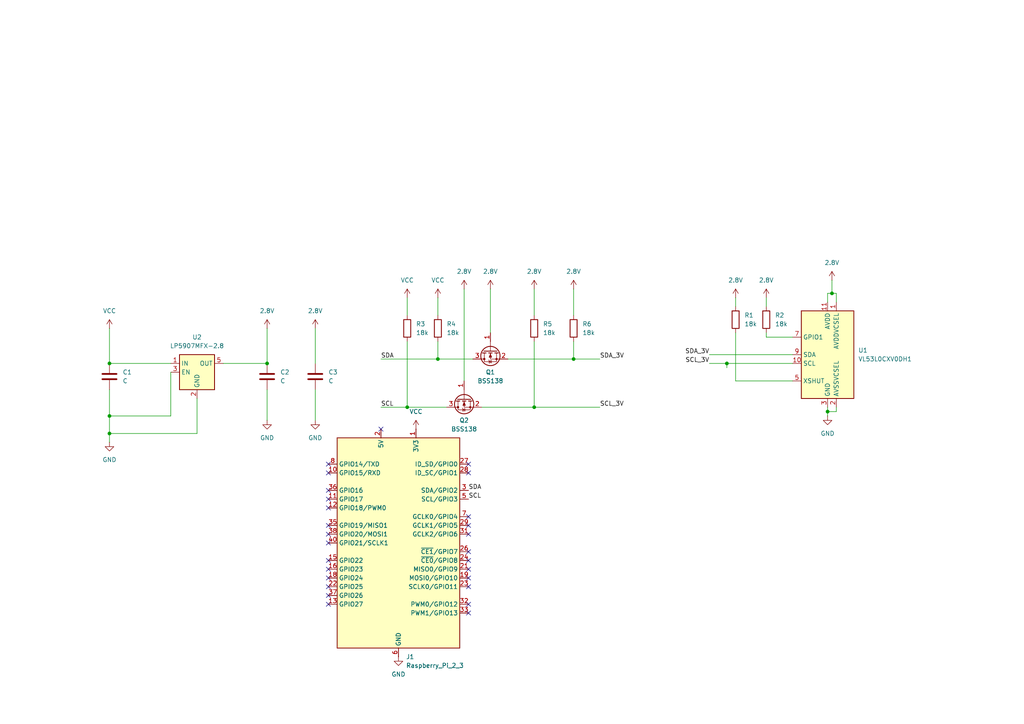
<source format=kicad_sch>
(kicad_sch
	(version 20231120)
	(generator "eeschema")
	(generator_version "8.0")
	(uuid "3a3bb5ef-4252-4b29-938b-375912740337")
	(paper "A4")
	(lib_symbols
		(symbol "Connector:Raspberry_Pi_2_3"
			(exclude_from_sim no)
			(in_bom yes)
			(on_board yes)
			(property "Reference" "J"
				(at -17.78 31.75 0)
				(effects
					(font
						(size 1.27 1.27)
					)
					(justify left bottom)
				)
			)
			(property "Value" "Raspberry_Pi_2_3"
				(at 10.16 -31.75 0)
				(effects
					(font
						(size 1.27 1.27)
					)
					(justify left top)
				)
			)
			(property "Footprint" ""
				(at 0 0 0)
				(effects
					(font
						(size 1.27 1.27)
					)
					(hide yes)
				)
			)
			(property "Datasheet" "https://www.raspberrypi.org/documentation/hardware/raspberrypi/schematics/rpi_SCH_3bplus_1p0_reduced.pdf"
				(at 60.96 -44.45 0)
				(effects
					(font
						(size 1.27 1.27)
					)
					(hide yes)
				)
			)
			(property "Description" "expansion header for Raspberry Pi 2 & 3"
				(at 0 0 0)
				(effects
					(font
						(size 1.27 1.27)
					)
					(hide yes)
				)
			)
			(property "ki_keywords" "raspberrypi gpio"
				(at 0 0 0)
				(effects
					(font
						(size 1.27 1.27)
					)
					(hide yes)
				)
			)
			(property "ki_fp_filters" "PinHeader*2x20*P2.54mm*Vertical* PinSocket*2x20*P2.54mm*Vertical*"
				(at 0 0 0)
				(effects
					(font
						(size 1.27 1.27)
					)
					(hide yes)
				)
			)
			(symbol "Raspberry_Pi_2_3_0_1"
				(rectangle
					(start -17.78 30.48)
					(end 17.78 -30.48)
					(stroke
						(width 0.254)
						(type default)
					)
					(fill
						(type background)
					)
				)
			)
			(symbol "Raspberry_Pi_2_3_1_1"
				(pin power_in line
					(at 5.08 33.02 270)
					(length 2.54)
					(name "3V3"
						(effects
							(font
								(size 1.27 1.27)
							)
						)
					)
					(number "1"
						(effects
							(font
								(size 1.27 1.27)
							)
						)
					)
				)
				(pin bidirectional line
					(at -20.32 20.32 0)
					(length 2.54)
					(name "GPIO15/RXD"
						(effects
							(font
								(size 1.27 1.27)
							)
						)
					)
					(number "10"
						(effects
							(font
								(size 1.27 1.27)
							)
						)
					)
				)
				(pin bidirectional line
					(at -20.32 12.7 0)
					(length 2.54)
					(name "GPIO17"
						(effects
							(font
								(size 1.27 1.27)
							)
						)
					)
					(number "11"
						(effects
							(font
								(size 1.27 1.27)
							)
						)
					)
				)
				(pin bidirectional line
					(at -20.32 10.16 0)
					(length 2.54)
					(name "GPIO18/PWM0"
						(effects
							(font
								(size 1.27 1.27)
							)
						)
					)
					(number "12"
						(effects
							(font
								(size 1.27 1.27)
							)
						)
					)
				)
				(pin bidirectional line
					(at -20.32 -17.78 0)
					(length 2.54)
					(name "GPIO27"
						(effects
							(font
								(size 1.27 1.27)
							)
						)
					)
					(number "13"
						(effects
							(font
								(size 1.27 1.27)
							)
						)
					)
				)
				(pin passive line
					(at 0 -33.02 90)
					(length 2.54) hide
					(name "GND"
						(effects
							(font
								(size 1.27 1.27)
							)
						)
					)
					(number "14"
						(effects
							(font
								(size 1.27 1.27)
							)
						)
					)
				)
				(pin bidirectional line
					(at -20.32 -5.08 0)
					(length 2.54)
					(name "GPIO22"
						(effects
							(font
								(size 1.27 1.27)
							)
						)
					)
					(number "15"
						(effects
							(font
								(size 1.27 1.27)
							)
						)
					)
				)
				(pin bidirectional line
					(at -20.32 -7.62 0)
					(length 2.54)
					(name "GPIO23"
						(effects
							(font
								(size 1.27 1.27)
							)
						)
					)
					(number "16"
						(effects
							(font
								(size 1.27 1.27)
							)
						)
					)
				)
				(pin passive line
					(at 5.08 33.02 270)
					(length 2.54) hide
					(name "3V3"
						(effects
							(font
								(size 1.27 1.27)
							)
						)
					)
					(number "17"
						(effects
							(font
								(size 1.27 1.27)
							)
						)
					)
				)
				(pin bidirectional line
					(at -20.32 -10.16 0)
					(length 2.54)
					(name "GPIO24"
						(effects
							(font
								(size 1.27 1.27)
							)
						)
					)
					(number "18"
						(effects
							(font
								(size 1.27 1.27)
							)
						)
					)
				)
				(pin bidirectional line
					(at 20.32 -10.16 180)
					(length 2.54)
					(name "MOSI0/GPIO10"
						(effects
							(font
								(size 1.27 1.27)
							)
						)
					)
					(number "19"
						(effects
							(font
								(size 1.27 1.27)
							)
						)
					)
				)
				(pin power_in line
					(at -5.08 33.02 270)
					(length 2.54)
					(name "5V"
						(effects
							(font
								(size 1.27 1.27)
							)
						)
					)
					(number "2"
						(effects
							(font
								(size 1.27 1.27)
							)
						)
					)
				)
				(pin passive line
					(at 0 -33.02 90)
					(length 2.54) hide
					(name "GND"
						(effects
							(font
								(size 1.27 1.27)
							)
						)
					)
					(number "20"
						(effects
							(font
								(size 1.27 1.27)
							)
						)
					)
				)
				(pin bidirectional line
					(at 20.32 -7.62 180)
					(length 2.54)
					(name "MISO0/GPIO9"
						(effects
							(font
								(size 1.27 1.27)
							)
						)
					)
					(number "21"
						(effects
							(font
								(size 1.27 1.27)
							)
						)
					)
				)
				(pin bidirectional line
					(at -20.32 -12.7 0)
					(length 2.54)
					(name "GPIO25"
						(effects
							(font
								(size 1.27 1.27)
							)
						)
					)
					(number "22"
						(effects
							(font
								(size 1.27 1.27)
							)
						)
					)
				)
				(pin bidirectional line
					(at 20.32 -12.7 180)
					(length 2.54)
					(name "SCLK0/GPIO11"
						(effects
							(font
								(size 1.27 1.27)
							)
						)
					)
					(number "23"
						(effects
							(font
								(size 1.27 1.27)
							)
						)
					)
				)
				(pin bidirectional line
					(at 20.32 -5.08 180)
					(length 2.54)
					(name "~{CE0}/GPIO8"
						(effects
							(font
								(size 1.27 1.27)
							)
						)
					)
					(number "24"
						(effects
							(font
								(size 1.27 1.27)
							)
						)
					)
				)
				(pin passive line
					(at 0 -33.02 90)
					(length 2.54) hide
					(name "GND"
						(effects
							(font
								(size 1.27 1.27)
							)
						)
					)
					(number "25"
						(effects
							(font
								(size 1.27 1.27)
							)
						)
					)
				)
				(pin bidirectional line
					(at 20.32 -2.54 180)
					(length 2.54)
					(name "~{CE1}/GPIO7"
						(effects
							(font
								(size 1.27 1.27)
							)
						)
					)
					(number "26"
						(effects
							(font
								(size 1.27 1.27)
							)
						)
					)
				)
				(pin bidirectional line
					(at 20.32 22.86 180)
					(length 2.54)
					(name "ID_SD/GPIO0"
						(effects
							(font
								(size 1.27 1.27)
							)
						)
					)
					(number "27"
						(effects
							(font
								(size 1.27 1.27)
							)
						)
					)
				)
				(pin bidirectional line
					(at 20.32 20.32 180)
					(length 2.54)
					(name "ID_SC/GPIO1"
						(effects
							(font
								(size 1.27 1.27)
							)
						)
					)
					(number "28"
						(effects
							(font
								(size 1.27 1.27)
							)
						)
					)
				)
				(pin bidirectional line
					(at 20.32 5.08 180)
					(length 2.54)
					(name "GCLK1/GPIO5"
						(effects
							(font
								(size 1.27 1.27)
							)
						)
					)
					(number "29"
						(effects
							(font
								(size 1.27 1.27)
							)
						)
					)
				)
				(pin bidirectional line
					(at 20.32 15.24 180)
					(length 2.54)
					(name "SDA/GPIO2"
						(effects
							(font
								(size 1.27 1.27)
							)
						)
					)
					(number "3"
						(effects
							(font
								(size 1.27 1.27)
							)
						)
					)
				)
				(pin passive line
					(at 0 -33.02 90)
					(length 2.54) hide
					(name "GND"
						(effects
							(font
								(size 1.27 1.27)
							)
						)
					)
					(number "30"
						(effects
							(font
								(size 1.27 1.27)
							)
						)
					)
				)
				(pin bidirectional line
					(at 20.32 2.54 180)
					(length 2.54)
					(name "GCLK2/GPIO6"
						(effects
							(font
								(size 1.27 1.27)
							)
						)
					)
					(number "31"
						(effects
							(font
								(size 1.27 1.27)
							)
						)
					)
				)
				(pin bidirectional line
					(at 20.32 -17.78 180)
					(length 2.54)
					(name "PWM0/GPIO12"
						(effects
							(font
								(size 1.27 1.27)
							)
						)
					)
					(number "32"
						(effects
							(font
								(size 1.27 1.27)
							)
						)
					)
				)
				(pin bidirectional line
					(at 20.32 -20.32 180)
					(length 2.54)
					(name "PWM1/GPIO13"
						(effects
							(font
								(size 1.27 1.27)
							)
						)
					)
					(number "33"
						(effects
							(font
								(size 1.27 1.27)
							)
						)
					)
				)
				(pin passive line
					(at 0 -33.02 90)
					(length 2.54) hide
					(name "GND"
						(effects
							(font
								(size 1.27 1.27)
							)
						)
					)
					(number "34"
						(effects
							(font
								(size 1.27 1.27)
							)
						)
					)
				)
				(pin bidirectional line
					(at -20.32 5.08 0)
					(length 2.54)
					(name "GPIO19/MISO1"
						(effects
							(font
								(size 1.27 1.27)
							)
						)
					)
					(number "35"
						(effects
							(font
								(size 1.27 1.27)
							)
						)
					)
				)
				(pin bidirectional line
					(at -20.32 15.24 0)
					(length 2.54)
					(name "GPIO16"
						(effects
							(font
								(size 1.27 1.27)
							)
						)
					)
					(number "36"
						(effects
							(font
								(size 1.27 1.27)
							)
						)
					)
				)
				(pin bidirectional line
					(at -20.32 -15.24 0)
					(length 2.54)
					(name "GPIO26"
						(effects
							(font
								(size 1.27 1.27)
							)
						)
					)
					(number "37"
						(effects
							(font
								(size 1.27 1.27)
							)
						)
					)
				)
				(pin bidirectional line
					(at -20.32 2.54 0)
					(length 2.54)
					(name "GPIO20/MOSI1"
						(effects
							(font
								(size 1.27 1.27)
							)
						)
					)
					(number "38"
						(effects
							(font
								(size 1.27 1.27)
							)
						)
					)
				)
				(pin passive line
					(at 0 -33.02 90)
					(length 2.54) hide
					(name "GND"
						(effects
							(font
								(size 1.27 1.27)
							)
						)
					)
					(number "39"
						(effects
							(font
								(size 1.27 1.27)
							)
						)
					)
				)
				(pin passive line
					(at -5.08 33.02 270)
					(length 2.54) hide
					(name "5V"
						(effects
							(font
								(size 1.27 1.27)
							)
						)
					)
					(number "4"
						(effects
							(font
								(size 1.27 1.27)
							)
						)
					)
				)
				(pin bidirectional line
					(at -20.32 0 0)
					(length 2.54)
					(name "GPIO21/SCLK1"
						(effects
							(font
								(size 1.27 1.27)
							)
						)
					)
					(number "40"
						(effects
							(font
								(size 1.27 1.27)
							)
						)
					)
				)
				(pin bidirectional line
					(at 20.32 12.7 180)
					(length 2.54)
					(name "SCL/GPIO3"
						(effects
							(font
								(size 1.27 1.27)
							)
						)
					)
					(number "5"
						(effects
							(font
								(size 1.27 1.27)
							)
						)
					)
				)
				(pin power_in line
					(at 0 -33.02 90)
					(length 2.54)
					(name "GND"
						(effects
							(font
								(size 1.27 1.27)
							)
						)
					)
					(number "6"
						(effects
							(font
								(size 1.27 1.27)
							)
						)
					)
				)
				(pin bidirectional line
					(at 20.32 7.62 180)
					(length 2.54)
					(name "GCLK0/GPIO4"
						(effects
							(font
								(size 1.27 1.27)
							)
						)
					)
					(number "7"
						(effects
							(font
								(size 1.27 1.27)
							)
						)
					)
				)
				(pin bidirectional line
					(at -20.32 22.86 0)
					(length 2.54)
					(name "GPIO14/TXD"
						(effects
							(font
								(size 1.27 1.27)
							)
						)
					)
					(number "8"
						(effects
							(font
								(size 1.27 1.27)
							)
						)
					)
				)
				(pin passive line
					(at 0 -33.02 90)
					(length 2.54) hide
					(name "GND"
						(effects
							(font
								(size 1.27 1.27)
							)
						)
					)
					(number "9"
						(effects
							(font
								(size 1.27 1.27)
							)
						)
					)
				)
			)
		)
		(symbol "Device:C"
			(pin_numbers hide)
			(pin_names
				(offset 0.254)
			)
			(exclude_from_sim no)
			(in_bom yes)
			(on_board yes)
			(property "Reference" "C"
				(at 0.635 2.54 0)
				(effects
					(font
						(size 1.27 1.27)
					)
					(justify left)
				)
			)
			(property "Value" "C"
				(at 0.635 -2.54 0)
				(effects
					(font
						(size 1.27 1.27)
					)
					(justify left)
				)
			)
			(property "Footprint" ""
				(at 0.9652 -3.81 0)
				(effects
					(font
						(size 1.27 1.27)
					)
					(hide yes)
				)
			)
			(property "Datasheet" "~"
				(at 0 0 0)
				(effects
					(font
						(size 1.27 1.27)
					)
					(hide yes)
				)
			)
			(property "Description" "Unpolarized capacitor"
				(at 0 0 0)
				(effects
					(font
						(size 1.27 1.27)
					)
					(hide yes)
				)
			)
			(property "ki_keywords" "cap capacitor"
				(at 0 0 0)
				(effects
					(font
						(size 1.27 1.27)
					)
					(hide yes)
				)
			)
			(property "ki_fp_filters" "C_*"
				(at 0 0 0)
				(effects
					(font
						(size 1.27 1.27)
					)
					(hide yes)
				)
			)
			(symbol "C_0_1"
				(polyline
					(pts
						(xy -2.032 -0.762) (xy 2.032 -0.762)
					)
					(stroke
						(width 0.508)
						(type default)
					)
					(fill
						(type none)
					)
				)
				(polyline
					(pts
						(xy -2.032 0.762) (xy 2.032 0.762)
					)
					(stroke
						(width 0.508)
						(type default)
					)
					(fill
						(type none)
					)
				)
			)
			(symbol "C_1_1"
				(pin passive line
					(at 0 3.81 270)
					(length 2.794)
					(name "~"
						(effects
							(font
								(size 1.27 1.27)
							)
						)
					)
					(number "1"
						(effects
							(font
								(size 1.27 1.27)
							)
						)
					)
				)
				(pin passive line
					(at 0 -3.81 90)
					(length 2.794)
					(name "~"
						(effects
							(font
								(size 1.27 1.27)
							)
						)
					)
					(number "2"
						(effects
							(font
								(size 1.27 1.27)
							)
						)
					)
				)
			)
		)
		(symbol "Device:R"
			(pin_numbers hide)
			(pin_names
				(offset 0)
			)
			(exclude_from_sim no)
			(in_bom yes)
			(on_board yes)
			(property "Reference" "R"
				(at 2.032 0 90)
				(effects
					(font
						(size 1.27 1.27)
					)
				)
			)
			(property "Value" "R"
				(at 0 0 90)
				(effects
					(font
						(size 1.27 1.27)
					)
				)
			)
			(property "Footprint" ""
				(at -1.778 0 90)
				(effects
					(font
						(size 1.27 1.27)
					)
					(hide yes)
				)
			)
			(property "Datasheet" "~"
				(at 0 0 0)
				(effects
					(font
						(size 1.27 1.27)
					)
					(hide yes)
				)
			)
			(property "Description" "Resistor"
				(at 0 0 0)
				(effects
					(font
						(size 1.27 1.27)
					)
					(hide yes)
				)
			)
			(property "ki_keywords" "R res resistor"
				(at 0 0 0)
				(effects
					(font
						(size 1.27 1.27)
					)
					(hide yes)
				)
			)
			(property "ki_fp_filters" "R_*"
				(at 0 0 0)
				(effects
					(font
						(size 1.27 1.27)
					)
					(hide yes)
				)
			)
			(symbol "R_0_1"
				(rectangle
					(start -1.016 -2.54)
					(end 1.016 2.54)
					(stroke
						(width 0.254)
						(type default)
					)
					(fill
						(type none)
					)
				)
			)
			(symbol "R_1_1"
				(pin passive line
					(at 0 3.81 270)
					(length 1.27)
					(name "~"
						(effects
							(font
								(size 1.27 1.27)
							)
						)
					)
					(number "1"
						(effects
							(font
								(size 1.27 1.27)
							)
						)
					)
				)
				(pin passive line
					(at 0 -3.81 90)
					(length 1.27)
					(name "~"
						(effects
							(font
								(size 1.27 1.27)
							)
						)
					)
					(number "2"
						(effects
							(font
								(size 1.27 1.27)
							)
						)
					)
				)
			)
		)
		(symbol "Regulator_Linear:LP5907MFX-2.8"
			(exclude_from_sim no)
			(in_bom yes)
			(on_board yes)
			(property "Reference" "U"
				(at -3.81 6.35 0)
				(effects
					(font
						(size 1.27 1.27)
					)
				)
			)
			(property "Value" "LP5907MFX-2.8"
				(at 6.35 6.35 0)
				(effects
					(font
						(size 1.27 1.27)
					)
				)
			)
			(property "Footprint" "Package_TO_SOT_SMD:SOT-23-5"
				(at 0 8.89 0)
				(effects
					(font
						(size 1.27 1.27)
					)
					(hide yes)
				)
			)
			(property "Datasheet" "http://www.ti.com/lit/ds/symlink/lp5907.pdf"
				(at 0 12.7 0)
				(effects
					(font
						(size 1.27 1.27)
					)
					(hide yes)
				)
			)
			(property "Description" "250-mA Ultra-Low-Noise Low-IQ LDO, 2.8V, SOT-23"
				(at 0 0 0)
				(effects
					(font
						(size 1.27 1.27)
					)
					(hide yes)
				)
			)
			(property "ki_keywords" "Single Output LDO Low-Noise"
				(at 0 0 0)
				(effects
					(font
						(size 1.27 1.27)
					)
					(hide yes)
				)
			)
			(property "ki_fp_filters" "SOT?23*"
				(at 0 0 0)
				(effects
					(font
						(size 1.27 1.27)
					)
					(hide yes)
				)
			)
			(symbol "LP5907MFX-2.8_0_1"
				(rectangle
					(start -5.08 -5.08)
					(end 5.08 5.08)
					(stroke
						(width 0.254)
						(type default)
					)
					(fill
						(type background)
					)
				)
				(pin power_in line
					(at -7.62 2.54 0)
					(length 2.54)
					(name "IN"
						(effects
							(font
								(size 1.27 1.27)
							)
						)
					)
					(number "1"
						(effects
							(font
								(size 1.27 1.27)
							)
						)
					)
				)
				(pin power_in line
					(at 0 -7.62 90)
					(length 2.54)
					(name "GND"
						(effects
							(font
								(size 1.27 1.27)
							)
						)
					)
					(number "2"
						(effects
							(font
								(size 1.27 1.27)
							)
						)
					)
				)
				(pin input line
					(at -7.62 0 0)
					(length 2.54)
					(name "EN"
						(effects
							(font
								(size 1.27 1.27)
							)
						)
					)
					(number "3"
						(effects
							(font
								(size 1.27 1.27)
							)
						)
					)
				)
				(pin no_connect line
					(at 5.08 0 180)
					(length 2.54) hide
					(name "NC"
						(effects
							(font
								(size 1.27 1.27)
							)
						)
					)
					(number "4"
						(effects
							(font
								(size 1.27 1.27)
							)
						)
					)
				)
				(pin power_out line
					(at 7.62 2.54 180)
					(length 2.54)
					(name "OUT"
						(effects
							(font
								(size 1.27 1.27)
							)
						)
					)
					(number "5"
						(effects
							(font
								(size 1.27 1.27)
							)
						)
					)
				)
			)
		)
		(symbol "Sensor_Distance:VL53L0CXV0DH1"
			(exclude_from_sim no)
			(in_bom yes)
			(on_board yes)
			(property "Reference" "U"
				(at -6.35 13.97 0)
				(effects
					(font
						(size 1.27 1.27)
					)
				)
			)
			(property "Value" "VL53L0CXV0DH1"
				(at 12.065 13.97 0)
				(effects
					(font
						(size 1.27 1.27)
					)
				)
			)
			(property "Footprint" "Sensor_Distance:ST_VL53L1x"
				(at 17.145 -13.97 0)
				(effects
					(font
						(size 1.27 1.27)
					)
					(hide yes)
				)
			)
			(property "Datasheet" "https://www.st.com/resource/en/datasheet/vl53l0x.pdf"
				(at 2.54 0 0)
				(effects
					(font
						(size 1.27 1.27)
					)
					(hide yes)
				)
			)
			(property "Description" "2m distance ranging ToF sensor, Optical LGA12"
				(at 0 0 0)
				(effects
					(font
						(size 1.27 1.27)
					)
					(hide yes)
				)
			)
			(property "ki_keywords" "VL53L0x ToF"
				(at 0 0 0)
				(effects
					(font
						(size 1.27 1.27)
					)
					(hide yes)
				)
			)
			(property "ki_fp_filters" "ST*VL53L1x*"
				(at 0 0 0)
				(effects
					(font
						(size 1.27 1.27)
					)
					(hide yes)
				)
			)
			(symbol "VL53L0CXV0DH1_0_1"
				(rectangle
					(start -7.62 12.7)
					(end 7.62 -12.7)
					(stroke
						(width 0.254)
						(type default)
					)
					(fill
						(type background)
					)
				)
			)
			(symbol "VL53L0CXV0DH1_1_1"
				(pin power_in line
					(at 2.54 15.24 270)
					(length 2.54)
					(name "AVDDVCSEL"
						(effects
							(font
								(size 1.27 1.27)
							)
						)
					)
					(number "1"
						(effects
							(font
								(size 1.27 1.27)
							)
						)
					)
				)
				(pin input line
					(at -10.16 -2.54 0)
					(length 2.54)
					(name "SCL"
						(effects
							(font
								(size 1.27 1.27)
							)
						)
					)
					(number "10"
						(effects
							(font
								(size 1.27 1.27)
							)
						)
					)
				)
				(pin power_in line
					(at 0 15.24 270)
					(length 2.54)
					(name "AVDD"
						(effects
							(font
								(size 1.27 1.27)
							)
						)
					)
					(number "11"
						(effects
							(font
								(size 1.27 1.27)
							)
						)
					)
				)
				(pin passive line
					(at 0 -15.24 90)
					(length 2.54) hide
					(name "GND"
						(effects
							(font
								(size 1.27 1.27)
							)
						)
					)
					(number "12"
						(effects
							(font
								(size 1.27 1.27)
							)
						)
					)
				)
				(pin power_in line
					(at 2.54 -15.24 90)
					(length 2.54)
					(name "AVSSVCSEL"
						(effects
							(font
								(size 1.27 1.27)
							)
						)
					)
					(number "2"
						(effects
							(font
								(size 1.27 1.27)
							)
						)
					)
				)
				(pin power_in line
					(at 0 -15.24 90)
					(length 2.54)
					(name "GND"
						(effects
							(font
								(size 1.27 1.27)
							)
						)
					)
					(number "3"
						(effects
							(font
								(size 1.27 1.27)
							)
						)
					)
				)
				(pin passive line
					(at 0 -15.24 90)
					(length 2.54) hide
					(name "GND"
						(effects
							(font
								(size 1.27 1.27)
							)
						)
					)
					(number "4"
						(effects
							(font
								(size 1.27 1.27)
							)
						)
					)
				)
				(pin input line
					(at -10.16 -7.62 0)
					(length 2.54)
					(name "XSHUT"
						(effects
							(font
								(size 1.27 1.27)
							)
						)
					)
					(number "5"
						(effects
							(font
								(size 1.27 1.27)
							)
						)
					)
				)
				(pin passive line
					(at 0 -15.24 90)
					(length 2.54) hide
					(name "GND"
						(effects
							(font
								(size 1.27 1.27)
							)
						)
					)
					(number "6"
						(effects
							(font
								(size 1.27 1.27)
							)
						)
					)
				)
				(pin open_collector line
					(at -10.16 5.08 0)
					(length 2.54)
					(name "GPIO1"
						(effects
							(font
								(size 1.27 1.27)
							)
						)
					)
					(number "7"
						(effects
							(font
								(size 1.27 1.27)
							)
						)
					)
				)
				(pin no_connect line
					(at -7.62 7.62 0)
					(length 2.54) hide
					(name "DNC"
						(effects
							(font
								(size 1.27 1.27)
							)
						)
					)
					(number "8"
						(effects
							(font
								(size 1.27 1.27)
							)
						)
					)
				)
				(pin bidirectional line
					(at -10.16 0 0)
					(length 2.54)
					(name "SDA"
						(effects
							(font
								(size 1.27 1.27)
							)
						)
					)
					(number "9"
						(effects
							(font
								(size 1.27 1.27)
							)
						)
					)
				)
			)
		)
		(symbol "Transistor_FET:BSS138"
			(pin_names hide)
			(exclude_from_sim no)
			(in_bom yes)
			(on_board yes)
			(property "Reference" "Q"
				(at 5.08 1.905 0)
				(effects
					(font
						(size 1.27 1.27)
					)
					(justify left)
				)
			)
			(property "Value" "BSS138"
				(at 5.08 0 0)
				(effects
					(font
						(size 1.27 1.27)
					)
					(justify left)
				)
			)
			(property "Footprint" "Package_TO_SOT_SMD:SOT-23"
				(at 5.08 -1.905 0)
				(effects
					(font
						(size 1.27 1.27)
						(italic yes)
					)
					(justify left)
					(hide yes)
				)
			)
			(property "Datasheet" "https://www.onsemi.com/pub/Collateral/BSS138-D.PDF"
				(at 5.08 -3.81 0)
				(effects
					(font
						(size 1.27 1.27)
					)
					(justify left)
					(hide yes)
				)
			)
			(property "Description" "50V Vds, 0.22A Id, N-Channel MOSFET, SOT-23"
				(at 0 0 0)
				(effects
					(font
						(size 1.27 1.27)
					)
					(hide yes)
				)
			)
			(property "ki_keywords" "N-Channel MOSFET"
				(at 0 0 0)
				(effects
					(font
						(size 1.27 1.27)
					)
					(hide yes)
				)
			)
			(property "ki_fp_filters" "SOT?23*"
				(at 0 0 0)
				(effects
					(font
						(size 1.27 1.27)
					)
					(hide yes)
				)
			)
			(symbol "BSS138_0_1"
				(polyline
					(pts
						(xy 0.254 0) (xy -2.54 0)
					)
					(stroke
						(width 0)
						(type default)
					)
					(fill
						(type none)
					)
				)
				(polyline
					(pts
						(xy 0.254 1.905) (xy 0.254 -1.905)
					)
					(stroke
						(width 0.254)
						(type default)
					)
					(fill
						(type none)
					)
				)
				(polyline
					(pts
						(xy 0.762 -1.27) (xy 0.762 -2.286)
					)
					(stroke
						(width 0.254)
						(type default)
					)
					(fill
						(type none)
					)
				)
				(polyline
					(pts
						(xy 0.762 0.508) (xy 0.762 -0.508)
					)
					(stroke
						(width 0.254)
						(type default)
					)
					(fill
						(type none)
					)
				)
				(polyline
					(pts
						(xy 0.762 2.286) (xy 0.762 1.27)
					)
					(stroke
						(width 0.254)
						(type default)
					)
					(fill
						(type none)
					)
				)
				(polyline
					(pts
						(xy 2.54 2.54) (xy 2.54 1.778)
					)
					(stroke
						(width 0)
						(type default)
					)
					(fill
						(type none)
					)
				)
				(polyline
					(pts
						(xy 2.54 -2.54) (xy 2.54 0) (xy 0.762 0)
					)
					(stroke
						(width 0)
						(type default)
					)
					(fill
						(type none)
					)
				)
				(polyline
					(pts
						(xy 0.762 -1.778) (xy 3.302 -1.778) (xy 3.302 1.778) (xy 0.762 1.778)
					)
					(stroke
						(width 0)
						(type default)
					)
					(fill
						(type none)
					)
				)
				(polyline
					(pts
						(xy 1.016 0) (xy 2.032 0.381) (xy 2.032 -0.381) (xy 1.016 0)
					)
					(stroke
						(width 0)
						(type default)
					)
					(fill
						(type outline)
					)
				)
				(polyline
					(pts
						(xy 2.794 0.508) (xy 2.921 0.381) (xy 3.683 0.381) (xy 3.81 0.254)
					)
					(stroke
						(width 0)
						(type default)
					)
					(fill
						(type none)
					)
				)
				(polyline
					(pts
						(xy 3.302 0.381) (xy 2.921 -0.254) (xy 3.683 -0.254) (xy 3.302 0.381)
					)
					(stroke
						(width 0)
						(type default)
					)
					(fill
						(type none)
					)
				)
				(circle
					(center 1.651 0)
					(radius 2.794)
					(stroke
						(width 0.254)
						(type default)
					)
					(fill
						(type none)
					)
				)
				(circle
					(center 2.54 -1.778)
					(radius 0.254)
					(stroke
						(width 0)
						(type default)
					)
					(fill
						(type outline)
					)
				)
				(circle
					(center 2.54 1.778)
					(radius 0.254)
					(stroke
						(width 0)
						(type default)
					)
					(fill
						(type outline)
					)
				)
			)
			(symbol "BSS138_1_1"
				(pin input line
					(at -5.08 0 0)
					(length 2.54)
					(name "G"
						(effects
							(font
								(size 1.27 1.27)
							)
						)
					)
					(number "1"
						(effects
							(font
								(size 1.27 1.27)
							)
						)
					)
				)
				(pin passive line
					(at 2.54 -5.08 90)
					(length 2.54)
					(name "S"
						(effects
							(font
								(size 1.27 1.27)
							)
						)
					)
					(number "2"
						(effects
							(font
								(size 1.27 1.27)
							)
						)
					)
				)
				(pin passive line
					(at 2.54 5.08 270)
					(length 2.54)
					(name "D"
						(effects
							(font
								(size 1.27 1.27)
							)
						)
					)
					(number "3"
						(effects
							(font
								(size 1.27 1.27)
							)
						)
					)
				)
			)
		)
		(symbol "power:GND"
			(power)
			(pin_numbers hide)
			(pin_names
				(offset 0) hide)
			(exclude_from_sim no)
			(in_bom yes)
			(on_board yes)
			(property "Reference" "#PWR"
				(at 0 -6.35 0)
				(effects
					(font
						(size 1.27 1.27)
					)
					(hide yes)
				)
			)
			(property "Value" "GND"
				(at 0 -3.81 0)
				(effects
					(font
						(size 1.27 1.27)
					)
				)
			)
			(property "Footprint" ""
				(at 0 0 0)
				(effects
					(font
						(size 1.27 1.27)
					)
					(hide yes)
				)
			)
			(property "Datasheet" ""
				(at 0 0 0)
				(effects
					(font
						(size 1.27 1.27)
					)
					(hide yes)
				)
			)
			(property "Description" "Power symbol creates a global label with name \"GND\" , ground"
				(at 0 0 0)
				(effects
					(font
						(size 1.27 1.27)
					)
					(hide yes)
				)
			)
			(property "ki_keywords" "global power"
				(at 0 0 0)
				(effects
					(font
						(size 1.27 1.27)
					)
					(hide yes)
				)
			)
			(symbol "GND_0_1"
				(polyline
					(pts
						(xy 0 0) (xy 0 -1.27) (xy 1.27 -1.27) (xy 0 -2.54) (xy -1.27 -1.27) (xy 0 -1.27)
					)
					(stroke
						(width 0)
						(type default)
					)
					(fill
						(type none)
					)
				)
			)
			(symbol "GND_1_1"
				(pin power_in line
					(at 0 0 270)
					(length 0)
					(name "~"
						(effects
							(font
								(size 1.27 1.27)
							)
						)
					)
					(number "1"
						(effects
							(font
								(size 1.27 1.27)
							)
						)
					)
				)
			)
		)
		(symbol "power:VCC"
			(power)
			(pin_numbers hide)
			(pin_names
				(offset 0) hide)
			(exclude_from_sim no)
			(in_bom yes)
			(on_board yes)
			(property "Reference" "#PWR"
				(at 0 -3.81 0)
				(effects
					(font
						(size 1.27 1.27)
					)
					(hide yes)
				)
			)
			(property "Value" "VCC"
				(at 0 3.556 0)
				(effects
					(font
						(size 1.27 1.27)
					)
				)
			)
			(property "Footprint" ""
				(at 0 0 0)
				(effects
					(font
						(size 1.27 1.27)
					)
					(hide yes)
				)
			)
			(property "Datasheet" ""
				(at 0 0 0)
				(effects
					(font
						(size 1.27 1.27)
					)
					(hide yes)
				)
			)
			(property "Description" "Power symbol creates a global label with name \"VCC\""
				(at 0 0 0)
				(effects
					(font
						(size 1.27 1.27)
					)
					(hide yes)
				)
			)
			(property "ki_keywords" "global power"
				(at 0 0 0)
				(effects
					(font
						(size 1.27 1.27)
					)
					(hide yes)
				)
			)
			(symbol "VCC_0_1"
				(polyline
					(pts
						(xy -0.762 1.27) (xy 0 2.54)
					)
					(stroke
						(width 0)
						(type default)
					)
					(fill
						(type none)
					)
				)
				(polyline
					(pts
						(xy 0 0) (xy 0 2.54)
					)
					(stroke
						(width 0)
						(type default)
					)
					(fill
						(type none)
					)
				)
				(polyline
					(pts
						(xy 0 2.54) (xy 0.762 1.27)
					)
					(stroke
						(width 0)
						(type default)
					)
					(fill
						(type none)
					)
				)
			)
			(symbol "VCC_1_1"
				(pin power_in line
					(at 0 0 90)
					(length 0)
					(name "~"
						(effects
							(font
								(size 1.27 1.27)
							)
						)
					)
					(number "1"
						(effects
							(font
								(size 1.27 1.27)
							)
						)
					)
				)
			)
		)
	)
	(junction
		(at 210.82 105.41)
		(diameter 0)
		(color 0 0 0 0)
		(uuid "0ff0ae36-b203-499e-a707-62025884b1f0")
	)
	(junction
		(at 118.11 118.11)
		(diameter 0)
		(color 0 0 0 0)
		(uuid "306782d6-4d37-4766-85d3-c536518f8d23")
	)
	(junction
		(at 31.75 125.73)
		(diameter 0)
		(color 0 0 0 0)
		(uuid "38e43278-ba11-4bbf-8c03-0c1035077992")
	)
	(junction
		(at 241.3 85.09)
		(diameter 0)
		(color 0 0 0 0)
		(uuid "5ab23f56-9503-436d-beeb-8c8e62d98091")
	)
	(junction
		(at 240.03 119.38)
		(diameter 0)
		(color 0 0 0 0)
		(uuid "5c695b32-8477-48b1-959e-dc897aa699e6")
	)
	(junction
		(at 166.37 104.14)
		(diameter 0)
		(color 0 0 0 0)
		(uuid "683c461f-4a74-4f8f-b54a-6cf05d612931")
	)
	(junction
		(at 77.47 105.41)
		(diameter 0)
		(color 0 0 0 0)
		(uuid "8a5155ce-24a3-4ab8-850e-c64b76262b32")
	)
	(junction
		(at 154.94 118.11)
		(diameter 0)
		(color 0 0 0 0)
		(uuid "b31a3ad3-a769-4b22-97f6-2a619fc1c1d0")
	)
	(junction
		(at 31.75 120.65)
		(diameter 0)
		(color 0 0 0 0)
		(uuid "c1d6d243-c65e-46b3-9aa2-bba82fad3d99")
	)
	(junction
		(at 127 104.14)
		(diameter 0)
		(color 0 0 0 0)
		(uuid "c6de6472-59f8-4a2a-840d-3123a5b8a5cd")
	)
	(junction
		(at 31.75 105.41)
		(diameter 0)
		(color 0 0 0 0)
		(uuid "dd01d41b-db59-4a1f-b907-ec915e9d0d16")
	)
	(no_connect
		(at 135.89 154.94)
		(uuid "0317d332-232c-4104-b307-a9ef0ceeecc1")
	)
	(no_connect
		(at 135.89 177.8)
		(uuid "15508cad-9af0-45bd-8b47-7a81c5464ee6")
	)
	(no_connect
		(at 135.89 175.26)
		(uuid "16723aab-e40b-4dc1-9f0c-9f5ff0bb38cb")
	)
	(no_connect
		(at 135.89 152.4)
		(uuid "1f0401be-2050-4ad2-82f0-a68910290b35")
	)
	(no_connect
		(at 135.89 167.64)
		(uuid "2173f8bd-aaaf-425b-8423-4f0c3cbf3d71")
	)
	(no_connect
		(at 95.25 162.56)
		(uuid "26f1a2b5-9f71-4992-a2a8-9efaa7b073a4")
	)
	(no_connect
		(at 135.89 165.1)
		(uuid "41c1ab2f-7a01-4906-82b6-0aaa04f2b454")
	)
	(no_connect
		(at 95.25 170.18)
		(uuid "4e2dc345-e68b-4fd4-bb24-b7938faf86f8")
	)
	(no_connect
		(at 95.25 167.64)
		(uuid "4ee2e3a3-973d-4332-8754-8b1ba0425a55")
	)
	(no_connect
		(at 135.89 149.86)
		(uuid "52f8bd97-5813-4a60-9c6a-cf355bfc4947")
	)
	(no_connect
		(at 95.25 147.32)
		(uuid "555c5dc1-b5b8-4bc0-90eb-644a162d9197")
	)
	(no_connect
		(at 95.25 137.16)
		(uuid "59e684bb-d942-4fc0-af06-bab306c00efe")
	)
	(no_connect
		(at 95.25 142.24)
		(uuid "68ac8176-58ee-40c5-bac0-f20f485273ea")
	)
	(no_connect
		(at 135.89 170.18)
		(uuid "6b3961b3-095a-4b6e-9884-461cbfb700d5")
	)
	(no_connect
		(at 135.89 137.16)
		(uuid "76d9ebc8-384c-4fcc-9de0-11065e07ad35")
	)
	(no_connect
		(at 135.89 162.56)
		(uuid "793f4b0e-8135-42a5-9ea6-5e53088b3097")
	)
	(no_connect
		(at 135.89 160.02)
		(uuid "8180b801-5ff4-451d-bf7f-fc3419512ea7")
	)
	(no_connect
		(at 95.25 152.4)
		(uuid "85b7695b-ee46-40bd-94c8-e5171c869dc5")
	)
	(no_connect
		(at 95.25 144.78)
		(uuid "8e35513f-8622-4da5-9a3e-3ac967a8f809")
	)
	(no_connect
		(at 135.89 134.62)
		(uuid "8fa41395-205f-4d32-a9a8-efb078179900")
	)
	(no_connect
		(at 95.25 175.26)
		(uuid "9d1e4a7a-8011-425e-87cc-e0e30afc07e8")
	)
	(no_connect
		(at 95.25 134.62)
		(uuid "acd5d107-a03d-45bf-bfa7-baa4f4b62f7d")
	)
	(no_connect
		(at 95.25 172.72)
		(uuid "c67ecc0b-0084-41c2-90b6-8148c28f8425")
	)
	(no_connect
		(at 95.25 157.48)
		(uuid "dbebfd32-65ef-4626-94ed-75b60607621a")
	)
	(no_connect
		(at 95.25 154.94)
		(uuid "de5a8c25-9a79-41c2-9c61-4c6752c5f488")
	)
	(no_connect
		(at 110.49 124.46)
		(uuid "f2b78395-2a71-4199-b7c9-1bc747f89ca1")
	)
	(no_connect
		(at 95.25 165.1)
		(uuid "f5d2f5ae-45dc-408c-9d86-a3a8647b9b6f")
	)
	(wire
		(pts
			(xy 147.32 104.14) (xy 166.37 104.14)
		)
		(stroke
			(width 0)
			(type default)
		)
		(uuid "0592e2b9-ce8d-4047-91fe-0e6254f5d59c")
	)
	(wire
		(pts
			(xy 229.87 97.79) (xy 222.25 97.79)
		)
		(stroke
			(width 0)
			(type default)
		)
		(uuid "0e7c2b98-3ef4-4fb5-987c-0ff5e816645e")
	)
	(wire
		(pts
			(xy 166.37 99.06) (xy 166.37 104.14)
		)
		(stroke
			(width 0)
			(type default)
		)
		(uuid "107d18b9-8220-446a-b6fc-2576d63b0c20")
	)
	(wire
		(pts
			(xy 49.53 107.95) (xy 49.53 120.65)
		)
		(stroke
			(width 0)
			(type default)
		)
		(uuid "118568d3-06a6-4501-865b-b3433e08110c")
	)
	(wire
		(pts
			(xy 222.25 96.52) (xy 222.25 97.79)
		)
		(stroke
			(width 0)
			(type default)
		)
		(uuid "119bbed7-79c6-4d33-b2a7-da534a6cf685")
	)
	(wire
		(pts
			(xy 31.75 120.65) (xy 31.75 125.73)
		)
		(stroke
			(width 0)
			(type default)
		)
		(uuid "1582544d-15ec-4caa-bb50-739fe60c2af6")
	)
	(wire
		(pts
			(xy 31.75 95.25) (xy 31.75 105.41)
		)
		(stroke
			(width 0)
			(type default)
		)
		(uuid "18d6401c-52db-4024-9f30-980207e48ce4")
	)
	(wire
		(pts
			(xy 240.03 119.38) (xy 240.03 120.65)
		)
		(stroke
			(width 0)
			(type default)
		)
		(uuid "1af297fd-3725-48d8-a3cd-1ab1a4f6007d")
	)
	(wire
		(pts
			(xy 205.74 102.87) (xy 229.87 102.87)
		)
		(stroke
			(width 0)
			(type default)
		)
		(uuid "205aa889-5f25-4756-9cad-632144abc4ef")
	)
	(wire
		(pts
			(xy 91.44 113.03) (xy 91.44 121.92)
		)
		(stroke
			(width 0)
			(type default)
		)
		(uuid "2096a09d-e0ca-4899-9e74-5ce87af6f6a2")
	)
	(wire
		(pts
			(xy 134.62 83.82) (xy 134.62 110.49)
		)
		(stroke
			(width 0)
			(type default)
		)
		(uuid "23f9625e-80d2-47f9-9fa0-7a63b42b50de")
	)
	(wire
		(pts
			(xy 57.15 115.57) (xy 57.15 125.73)
		)
		(stroke
			(width 0)
			(type default)
		)
		(uuid "2e887e34-dc8f-4620-a703-aa29a2902cc7")
	)
	(wire
		(pts
			(xy 118.11 86.36) (xy 118.11 91.44)
		)
		(stroke
			(width 0)
			(type default)
		)
		(uuid "301d0c9b-f2c7-40ce-8c5e-6171f2d3e855")
	)
	(wire
		(pts
			(xy 77.47 113.03) (xy 77.47 121.92)
		)
		(stroke
			(width 0)
			(type default)
		)
		(uuid "307412b2-82f3-4efb-bb3c-375d4a862d20")
	)
	(wire
		(pts
			(xy 154.94 99.06) (xy 154.94 118.11)
		)
		(stroke
			(width 0)
			(type default)
		)
		(uuid "331e525d-6ab2-4013-8d84-7b47a9e7da93")
	)
	(wire
		(pts
			(xy 166.37 83.82) (xy 166.37 91.44)
		)
		(stroke
			(width 0)
			(type default)
		)
		(uuid "34289339-7678-44e9-b098-3a68a42e113f")
	)
	(wire
		(pts
			(xy 110.49 104.14) (xy 127 104.14)
		)
		(stroke
			(width 0)
			(type default)
		)
		(uuid "3bfa73e6-60a1-4408-afb9-529a7737348d")
	)
	(wire
		(pts
			(xy 118.11 118.11) (xy 129.54 118.11)
		)
		(stroke
			(width 0)
			(type default)
		)
		(uuid "42595f2a-2408-4e2f-a51a-5114406e5579")
	)
	(wire
		(pts
			(xy 241.3 85.09) (xy 242.57 85.09)
		)
		(stroke
			(width 0)
			(type default)
		)
		(uuid "45c0fa4c-4911-4629-ba1b-28c0974b7523")
	)
	(wire
		(pts
			(xy 127 86.36) (xy 127 91.44)
		)
		(stroke
			(width 0)
			(type default)
		)
		(uuid "4c810164-f76d-4c0c-8f20-3ff67f57f47d")
	)
	(wire
		(pts
			(xy 213.36 86.36) (xy 213.36 88.9)
		)
		(stroke
			(width 0)
			(type default)
		)
		(uuid "4dfd4b37-3d89-4e85-889c-86a33c3145e9")
	)
	(wire
		(pts
			(xy 57.15 125.73) (xy 31.75 125.73)
		)
		(stroke
			(width 0)
			(type default)
		)
		(uuid "4e725554-0f17-451b-91ac-bd3605a1790a")
	)
	(wire
		(pts
			(xy 31.75 120.65) (xy 49.53 120.65)
		)
		(stroke
			(width 0)
			(type default)
		)
		(uuid "58fba2d3-efee-496e-9abc-d911068c2fa7")
	)
	(wire
		(pts
			(xy 240.03 85.09) (xy 241.3 85.09)
		)
		(stroke
			(width 0)
			(type default)
		)
		(uuid "666e79c0-843d-42cf-9dce-1671aa1fe05b")
	)
	(wire
		(pts
			(xy 64.77 105.41) (xy 77.47 105.41)
		)
		(stroke
			(width 0)
			(type default)
		)
		(uuid "6f35b82c-335b-4a36-bc84-12a3ba7c7594")
	)
	(wire
		(pts
			(xy 127 104.14) (xy 137.16 104.14)
		)
		(stroke
			(width 0)
			(type default)
		)
		(uuid "71d3ca5d-ce73-4597-97ea-57cc5fc5a248")
	)
	(wire
		(pts
			(xy 127 99.06) (xy 127 104.14)
		)
		(stroke
			(width 0)
			(type default)
		)
		(uuid "7a8a2aa0-26eb-42f6-9080-1bf626e84bcb")
	)
	(wire
		(pts
			(xy 31.75 105.41) (xy 49.53 105.41)
		)
		(stroke
			(width 0)
			(type default)
		)
		(uuid "8203be0a-42b6-4307-8e83-73059ae515fc")
	)
	(wire
		(pts
			(xy 91.44 95.25) (xy 91.44 105.41)
		)
		(stroke
			(width 0)
			(type default)
		)
		(uuid "8d5ff238-aed2-4207-a894-13a563d463d5")
	)
	(wire
		(pts
			(xy 154.94 118.11) (xy 173.99 118.11)
		)
		(stroke
			(width 0)
			(type default)
		)
		(uuid "9a07423d-49a4-4f7d-85f2-df85ea1f0269")
	)
	(wire
		(pts
			(xy 154.94 83.82) (xy 154.94 91.44)
		)
		(stroke
			(width 0)
			(type default)
		)
		(uuid "9e32b4ae-5ea0-46cc-90c8-3d348575cf08")
	)
	(wire
		(pts
			(xy 31.75 125.73) (xy 31.75 128.27)
		)
		(stroke
			(width 0)
			(type default)
		)
		(uuid "a556fe13-cdf4-4422-abb6-b10e0d9e1674")
	)
	(wire
		(pts
			(xy 110.49 118.11) (xy 118.11 118.11)
		)
		(stroke
			(width 0)
			(type default)
		)
		(uuid "c228c81b-cc24-45ae-b198-66f8563f1020")
	)
	(wire
		(pts
			(xy 242.57 118.11) (xy 242.57 119.38)
		)
		(stroke
			(width 0)
			(type default)
		)
		(uuid "cad866e2-fb30-4ca1-a98c-cef3dd8e80a3")
	)
	(wire
		(pts
			(xy 205.74 105.41) (xy 210.82 105.41)
		)
		(stroke
			(width 0)
			(type default)
		)
		(uuid "d0db25eb-181c-4d1b-83b1-60737a8670fc")
	)
	(wire
		(pts
			(xy 222.25 86.36) (xy 222.25 88.9)
		)
		(stroke
			(width 0)
			(type default)
		)
		(uuid "d7cc1728-0613-4b4a-b8ab-8c5cf44b6c0e")
	)
	(wire
		(pts
			(xy 241.3 85.09) (xy 241.3 81.28)
		)
		(stroke
			(width 0)
			(type default)
		)
		(uuid "de8293d9-200b-493c-a865-13544c71f38f")
	)
	(wire
		(pts
			(xy 229.87 105.41) (xy 210.82 105.41)
		)
		(stroke
			(width 0)
			(type default)
		)
		(uuid "e1043db3-6df2-4836-bc15-a7c89bf27eaa")
	)
	(wire
		(pts
			(xy 213.36 96.52) (xy 213.36 110.49)
		)
		(stroke
			(width 0)
			(type default)
		)
		(uuid "e3a9b696-fedd-4e79-a529-efd201f60ffd")
	)
	(wire
		(pts
			(xy 242.57 87.63) (xy 242.57 85.09)
		)
		(stroke
			(width 0)
			(type default)
		)
		(uuid "e657874d-5a05-4ba4-8b8d-6496f75fd769")
	)
	(wire
		(pts
			(xy 240.03 118.11) (xy 240.03 119.38)
		)
		(stroke
			(width 0)
			(type default)
		)
		(uuid "e89d719e-8f89-4c66-930c-3ccf174204e6")
	)
	(wire
		(pts
			(xy 31.75 113.03) (xy 31.75 120.65)
		)
		(stroke
			(width 0)
			(type default)
		)
		(uuid "e935b8c7-e958-440d-b33e-c67284a66263")
	)
	(wire
		(pts
			(xy 242.57 119.38) (xy 240.03 119.38)
		)
		(stroke
			(width 0)
			(type default)
		)
		(uuid "eb0dd24f-4f4d-47df-9fda-922c76c84bb2")
	)
	(wire
		(pts
			(xy 229.87 110.49) (xy 213.36 110.49)
		)
		(stroke
			(width 0)
			(type default)
		)
		(uuid "eed6eee7-8b83-406a-8f49-450eb41ad30a")
	)
	(wire
		(pts
			(xy 118.11 99.06) (xy 118.11 118.11)
		)
		(stroke
			(width 0)
			(type default)
		)
		(uuid "f0fce295-3824-46aa-935b-84df14308744")
	)
	(wire
		(pts
			(xy 142.24 83.82) (xy 142.24 96.52)
		)
		(stroke
			(width 0)
			(type default)
		)
		(uuid "f253d7c9-2c58-436e-8a76-10b8c8bb2862")
	)
	(wire
		(pts
			(xy 240.03 87.63) (xy 240.03 85.09)
		)
		(stroke
			(width 0)
			(type default)
		)
		(uuid "f3b908ed-f737-4314-8d4c-c187dc2728df")
	)
	(wire
		(pts
			(xy 77.47 95.25) (xy 77.47 105.41)
		)
		(stroke
			(width 0)
			(type default)
		)
		(uuid "f3ecced3-f8b3-4400-ac80-5bf824f497d2")
	)
	(wire
		(pts
			(xy 210.82 105.41) (xy 210.82 106.68)
		)
		(stroke
			(width 0)
			(type default)
		)
		(uuid "f7770ec5-de9a-4d50-a0a6-e46c7f64e8c1")
	)
	(wire
		(pts
			(xy 166.37 104.14) (xy 173.99 104.14)
		)
		(stroke
			(width 0)
			(type default)
		)
		(uuid "fabea146-9b9a-40e9-8df0-b96072cf6e91")
	)
	(wire
		(pts
			(xy 139.7 118.11) (xy 154.94 118.11)
		)
		(stroke
			(width 0)
			(type default)
		)
		(uuid "fcc914f6-7252-4a49-89fd-9dfbd2815377")
	)
	(label "SCL_3V"
		(at 205.74 105.41 180)
		(fields_autoplaced yes)
		(effects
			(font
				(size 1.27 1.27)
			)
			(justify right bottom)
		)
		(uuid "0c59e520-d32c-46c3-bc65-ca3e1fef4faf")
	)
	(label "SDA"
		(at 110.49 104.14 0)
		(fields_autoplaced yes)
		(effects
			(font
				(size 1.27 1.27)
			)
			(justify left bottom)
		)
		(uuid "0cb09882-810c-4ebc-9126-978124f50a13")
	)
	(label "SCL_3V"
		(at 173.99 118.11 0)
		(fields_autoplaced yes)
		(effects
			(font
				(size 1.27 1.27)
			)
			(justify left bottom)
		)
		(uuid "1f77d25f-79e8-4c05-96b5-0e2a7bde1cc1")
	)
	(label "SDA"
		(at 135.89 142.24 0)
		(fields_autoplaced yes)
		(effects
			(font
				(size 1.27 1.27)
			)
			(justify left bottom)
		)
		(uuid "41e75b0e-6405-494a-bf2f-b19f3cf67a69")
	)
	(label "SDA_3V"
		(at 173.99 104.14 0)
		(fields_autoplaced yes)
		(effects
			(font
				(size 1.27 1.27)
			)
			(justify left bottom)
		)
		(uuid "67b65d6f-6769-4f92-9788-fb11ef5abd1c")
	)
	(label "SCL"
		(at 135.89 144.78 0)
		(fields_autoplaced yes)
		(effects
			(font
				(size 1.27 1.27)
			)
			(justify left bottom)
		)
		(uuid "a4fa756f-a8bc-4928-a6a0-ad94b727eae9")
	)
	(label "SCL"
		(at 110.49 118.11 0)
		(fields_autoplaced yes)
		(effects
			(font
				(size 1.27 1.27)
			)
			(justify left bottom)
		)
		(uuid "e899e2ae-72c5-4ef7-befe-4a27018795b9")
	)
	(label "SDA_3V"
		(at 205.74 102.87 180)
		(fields_autoplaced yes)
		(effects
			(font
				(size 1.27 1.27)
			)
			(justify right bottom)
		)
		(uuid "ef8d72a3-8d78-4505-bb46-9b058aee38bf")
	)
	(symbol
		(lib_id "power:GND")
		(at 91.44 121.92 0)
		(unit 1)
		(exclude_from_sim no)
		(in_bom yes)
		(on_board yes)
		(dnp no)
		(fields_autoplaced yes)
		(uuid "08035280-0bdf-440d-9b66-614ae5ffe217")
		(property "Reference" "#PWR04"
			(at 91.44 128.27 0)
			(effects
				(font
					(size 1.27 1.27)
				)
				(hide yes)
			)
		)
		(property "Value" "GND"
			(at 91.44 127 0)
			(effects
				(font
					(size 1.27 1.27)
				)
			)
		)
		(property "Footprint" ""
			(at 91.44 121.92 0)
			(effects
				(font
					(size 1.27 1.27)
				)
				(hide yes)
			)
		)
		(property "Datasheet" ""
			(at 91.44 121.92 0)
			(effects
				(font
					(size 1.27 1.27)
				)
				(hide yes)
			)
		)
		(property "Description" "Power symbol creates a global label with name \"GND\" , ground"
			(at 91.44 121.92 0)
			(effects
				(font
					(size 1.27 1.27)
				)
				(hide yes)
			)
		)
		(pin "1"
			(uuid "44a8847a-ec80-483d-9e27-2cd9c5683204")
		)
		(instances
			(project "ece196pcb"
				(path "/3a3bb5ef-4252-4b29-938b-375912740337"
					(reference "#PWR04")
					(unit 1)
				)
			)
		)
	)
	(symbol
		(lib_id "power:VCC")
		(at 118.11 86.36 0)
		(unit 1)
		(exclude_from_sim no)
		(in_bom yes)
		(on_board yes)
		(dnp no)
		(fields_autoplaced yes)
		(uuid "1eb36d54-c6ba-4db3-85c5-4132848cb46a")
		(property "Reference" "#PWR06"
			(at 118.11 90.17 0)
			(effects
				(font
					(size 1.27 1.27)
				)
				(hide yes)
			)
		)
		(property "Value" "VCC"
			(at 118.11 81.28 0)
			(effects
				(font
					(size 1.27 1.27)
				)
			)
		)
		(property "Footprint" ""
			(at 118.11 86.36 0)
			(effects
				(font
					(size 1.27 1.27)
				)
				(hide yes)
			)
		)
		(property "Datasheet" ""
			(at 118.11 86.36 0)
			(effects
				(font
					(size 1.27 1.27)
				)
				(hide yes)
			)
		)
		(property "Description" "Power symbol creates a global label with name \"VCC\""
			(at 118.11 86.36 0)
			(effects
				(font
					(size 1.27 1.27)
				)
				(hide yes)
			)
		)
		(pin "1"
			(uuid "4a9a4a0b-c1d7-4377-a997-42eaea625ea2")
		)
		(instances
			(project "ece196pcb"
				(path "/3a3bb5ef-4252-4b29-938b-375912740337"
					(reference "#PWR06")
					(unit 1)
				)
			)
		)
	)
	(symbol
		(lib_id "power:VCC")
		(at 213.36 86.36 0)
		(unit 1)
		(exclude_from_sim no)
		(in_bom yes)
		(on_board yes)
		(dnp no)
		(fields_autoplaced yes)
		(uuid "22df739b-f753-420e-a557-c191206e6c0e")
		(property "Reference" "#PWR014"
			(at 213.36 90.17 0)
			(effects
				(font
					(size 1.27 1.27)
				)
				(hide yes)
			)
		)
		(property "Value" "2.8V"
			(at 213.36 81.28 0)
			(effects
				(font
					(size 1.27 1.27)
				)
			)
		)
		(property "Footprint" ""
			(at 213.36 86.36 0)
			(effects
				(font
					(size 1.27 1.27)
				)
				(hide yes)
			)
		)
		(property "Datasheet" ""
			(at 213.36 86.36 0)
			(effects
				(font
					(size 1.27 1.27)
				)
				(hide yes)
			)
		)
		(property "Description" "Power symbol creates a global label with name \"VCC\""
			(at 213.36 86.36 0)
			(effects
				(font
					(size 1.27 1.27)
				)
				(hide yes)
			)
		)
		(pin "1"
			(uuid "fbfc2cfb-b1af-48fe-a0a0-8cec27fb7fc3")
		)
		(instances
			(project "ece196pcb"
				(path "/3a3bb5ef-4252-4b29-938b-375912740337"
					(reference "#PWR014")
					(unit 1)
				)
			)
		)
	)
	(symbol
		(lib_id "Device:R")
		(at 118.11 95.25 0)
		(unit 1)
		(exclude_from_sim no)
		(in_bom yes)
		(on_board yes)
		(dnp no)
		(uuid "238f423b-f10b-41a4-8d30-2644d08e4aba")
		(property "Reference" "R3"
			(at 120.65 93.9799 0)
			(effects
				(font
					(size 1.27 1.27)
				)
				(justify left)
			)
		)
		(property "Value" "18k"
			(at 120.65 96.5199 0)
			(effects
				(font
					(size 1.27 1.27)
				)
				(justify left)
			)
		)
		(property "Footprint" "Resistor_SMD:R_0805_2012Metric_Pad1.20x1.40mm_HandSolder"
			(at 116.332 95.25 90)
			(effects
				(font
					(size 1.27 1.27)
				)
				(hide yes)
			)
		)
		(property "Datasheet" "~"
			(at 118.11 95.25 0)
			(effects
				(font
					(size 1.27 1.27)
				)
				(hide yes)
			)
		)
		(property "Description" "Resistor"
			(at 118.11 95.25 0)
			(effects
				(font
					(size 1.27 1.27)
				)
				(hide yes)
			)
		)
		(pin "2"
			(uuid "cca676b5-aac8-4971-9d5c-884f3e6af56b")
		)
		(pin "1"
			(uuid "fbaeedc6-fc18-4ee6-ac3e-992e49ecb48e")
		)
		(instances
			(project "ece196pcb"
				(path "/3a3bb5ef-4252-4b29-938b-375912740337"
					(reference "R3")
					(unit 1)
				)
			)
		)
	)
	(symbol
		(lib_id "Device:R")
		(at 213.36 92.71 0)
		(unit 1)
		(exclude_from_sim no)
		(in_bom yes)
		(on_board yes)
		(dnp no)
		(fields_autoplaced yes)
		(uuid "2d5bf133-95c9-4754-97cc-f617e7c63344")
		(property "Reference" "R1"
			(at 215.9 91.4399 0)
			(effects
				(font
					(size 1.27 1.27)
				)
				(justify left)
			)
		)
		(property "Value" "18k"
			(at 215.9 93.9799 0)
			(effects
				(font
					(size 1.27 1.27)
				)
				(justify left)
			)
		)
		(property "Footprint" "Resistor_SMD:R_0805_2012Metric_Pad1.20x1.40mm_HandSolder"
			(at 211.582 92.71 90)
			(effects
				(font
					(size 1.27 1.27)
				)
				(hide yes)
			)
		)
		(property "Datasheet" "~"
			(at 213.36 92.71 0)
			(effects
				(font
					(size 1.27 1.27)
				)
				(hide yes)
			)
		)
		(property "Description" "Resistor"
			(at 213.36 92.71 0)
			(effects
				(font
					(size 1.27 1.27)
				)
				(hide yes)
			)
		)
		(pin "2"
			(uuid "d7b3a0c7-2f27-460b-8a5c-d5f69292a74e")
		)
		(pin "1"
			(uuid "02db4710-6154-4e4b-94bd-695050e2b9ba")
		)
		(instances
			(project "ece196pcb"
				(path "/3a3bb5ef-4252-4b29-938b-375912740337"
					(reference "R1")
					(unit 1)
				)
			)
		)
	)
	(symbol
		(lib_id "power:VCC")
		(at 120.65 124.46 0)
		(unit 1)
		(exclude_from_sim no)
		(in_bom yes)
		(on_board yes)
		(dnp no)
		(fields_autoplaced yes)
		(uuid "378eff18-13c4-4ccd-b1d9-afc31970219a")
		(property "Reference" "#PWR017"
			(at 120.65 128.27 0)
			(effects
				(font
					(size 1.27 1.27)
				)
				(hide yes)
			)
		)
		(property "Value" "VCC"
			(at 120.65 119.38 0)
			(effects
				(font
					(size 1.27 1.27)
				)
			)
		)
		(property "Footprint" ""
			(at 120.65 124.46 0)
			(effects
				(font
					(size 1.27 1.27)
				)
				(hide yes)
			)
		)
		(property "Datasheet" ""
			(at 120.65 124.46 0)
			(effects
				(font
					(size 1.27 1.27)
				)
				(hide yes)
			)
		)
		(property "Description" "Power symbol creates a global label with name \"VCC\""
			(at 120.65 124.46 0)
			(effects
				(font
					(size 1.27 1.27)
				)
				(hide yes)
			)
		)
		(pin "1"
			(uuid "c5ec2d25-aa36-495f-b94a-a8b04c736799")
		)
		(instances
			(project "ece196pcb"
				(path "/3a3bb5ef-4252-4b29-938b-375912740337"
					(reference "#PWR017")
					(unit 1)
				)
			)
		)
	)
	(symbol
		(lib_id "power:VCC")
		(at 127 86.36 0)
		(unit 1)
		(exclude_from_sim no)
		(in_bom yes)
		(on_board yes)
		(dnp no)
		(fields_autoplaced yes)
		(uuid "3d1173df-83c4-42cb-b613-0e121fcbb2ba")
		(property "Reference" "#PWR07"
			(at 127 90.17 0)
			(effects
				(font
					(size 1.27 1.27)
				)
				(hide yes)
			)
		)
		(property "Value" "VCC"
			(at 127 81.28 0)
			(effects
				(font
					(size 1.27 1.27)
				)
			)
		)
		(property "Footprint" ""
			(at 127 86.36 0)
			(effects
				(font
					(size 1.27 1.27)
				)
				(hide yes)
			)
		)
		(property "Datasheet" ""
			(at 127 86.36 0)
			(effects
				(font
					(size 1.27 1.27)
				)
				(hide yes)
			)
		)
		(property "Description" "Power symbol creates a global label with name \"VCC\""
			(at 127 86.36 0)
			(effects
				(font
					(size 1.27 1.27)
				)
				(hide yes)
			)
		)
		(pin "1"
			(uuid "13c8885b-10c0-42ed-a5b2-302b4c5f6f4f")
		)
		(instances
			(project "ece196pcb"
				(path "/3a3bb5ef-4252-4b29-938b-375912740337"
					(reference "#PWR07")
					(unit 1)
				)
			)
		)
	)
	(symbol
		(lib_id "Device:C")
		(at 31.75 109.22 0)
		(unit 1)
		(exclude_from_sim no)
		(in_bom yes)
		(on_board yes)
		(dnp no)
		(fields_autoplaced yes)
		(uuid "448a2dbf-0eba-4086-b61e-e2961bf9a544")
		(property "Reference" "C1"
			(at 35.56 107.9499 0)
			(effects
				(font
					(size 1.27 1.27)
				)
				(justify left)
			)
		)
		(property "Value" "C"
			(at 35.56 110.4899 0)
			(effects
				(font
					(size 1.27 1.27)
				)
				(justify left)
			)
		)
		(property "Footprint" "Capacitor_SMD:C_0805_2012Metric"
			(at 32.7152 113.03 0)
			(effects
				(font
					(size 1.27 1.27)
				)
				(hide yes)
			)
		)
		(property "Datasheet" "~"
			(at 31.75 109.22 0)
			(effects
				(font
					(size 1.27 1.27)
				)
				(hide yes)
			)
		)
		(property "Description" "Unpolarized capacitor"
			(at 31.75 109.22 0)
			(effects
				(font
					(size 1.27 1.27)
				)
				(hide yes)
			)
		)
		(pin "2"
			(uuid "42e82ff3-2af9-43a3-abcb-6cb6805513e5")
		)
		(pin "1"
			(uuid "d42d2581-14ac-4cc3-bac8-4e29ae466e8d")
		)
		(instances
			(project "ece196pcb"
				(path "/3a3bb5ef-4252-4b29-938b-375912740337"
					(reference "C1")
					(unit 1)
				)
			)
		)
	)
	(symbol
		(lib_id "power:VCC")
		(at 91.44 95.25 0)
		(unit 1)
		(exclude_from_sim no)
		(in_bom yes)
		(on_board yes)
		(dnp no)
		(fields_autoplaced yes)
		(uuid "49f6cc5a-36a0-4d7f-af26-a187c27124b6")
		(property "Reference" "#PWR09"
			(at 91.44 99.06 0)
			(effects
				(font
					(size 1.27 1.27)
				)
				(hide yes)
			)
		)
		(property "Value" "2.8V"
			(at 91.44 90.17 0)
			(effects
				(font
					(size 1.27 1.27)
				)
			)
		)
		(property "Footprint" ""
			(at 91.44 95.25 0)
			(effects
				(font
					(size 1.27 1.27)
				)
				(hide yes)
			)
		)
		(property "Datasheet" ""
			(at 91.44 95.25 0)
			(effects
				(font
					(size 1.27 1.27)
				)
				(hide yes)
			)
		)
		(property "Description" "Power symbol creates a global label with name \"VCC\""
			(at 91.44 95.25 0)
			(effects
				(font
					(size 1.27 1.27)
				)
				(hide yes)
			)
		)
		(pin "1"
			(uuid "5d433558-6513-4219-90c9-d8b795cac64f")
		)
		(instances
			(project "ece196pcb"
				(path "/3a3bb5ef-4252-4b29-938b-375912740337"
					(reference "#PWR09")
					(unit 1)
				)
			)
		)
	)
	(symbol
		(lib_id "power:GND")
		(at 240.03 120.65 0)
		(unit 1)
		(exclude_from_sim no)
		(in_bom yes)
		(on_board yes)
		(dnp no)
		(fields_autoplaced yes)
		(uuid "55bc885f-bad2-47b8-8779-96705f643dcd")
		(property "Reference" "#PWR01"
			(at 240.03 127 0)
			(effects
				(font
					(size 1.27 1.27)
				)
				(hide yes)
			)
		)
		(property "Value" "GND"
			(at 240.03 125.73 0)
			(effects
				(font
					(size 1.27 1.27)
				)
			)
		)
		(property "Footprint" ""
			(at 240.03 120.65 0)
			(effects
				(font
					(size 1.27 1.27)
				)
				(hide yes)
			)
		)
		(property "Datasheet" ""
			(at 240.03 120.65 0)
			(effects
				(font
					(size 1.27 1.27)
				)
				(hide yes)
			)
		)
		(property "Description" "Power symbol creates a global label with name \"GND\" , ground"
			(at 240.03 120.65 0)
			(effects
				(font
					(size 1.27 1.27)
				)
				(hide yes)
			)
		)
		(pin "1"
			(uuid "40d92824-f58a-4f9d-8f64-055857b110aa")
		)
		(instances
			(project "ece196pcb"
				(path "/3a3bb5ef-4252-4b29-938b-375912740337"
					(reference "#PWR01")
					(unit 1)
				)
			)
		)
	)
	(symbol
		(lib_id "power:VCC")
		(at 77.47 95.25 0)
		(unit 1)
		(exclude_from_sim no)
		(in_bom yes)
		(on_board yes)
		(dnp no)
		(fields_autoplaced yes)
		(uuid "5ba2fc05-5b04-463d-bd01-aef6c96f7518")
		(property "Reference" "#PWR08"
			(at 77.47 99.06 0)
			(effects
				(font
					(size 1.27 1.27)
				)
				(hide yes)
			)
		)
		(property "Value" "2.8V"
			(at 77.47 90.17 0)
			(effects
				(font
					(size 1.27 1.27)
				)
			)
		)
		(property "Footprint" ""
			(at 77.47 95.25 0)
			(effects
				(font
					(size 1.27 1.27)
				)
				(hide yes)
			)
		)
		(property "Datasheet" ""
			(at 77.47 95.25 0)
			(effects
				(font
					(size 1.27 1.27)
				)
				(hide yes)
			)
		)
		(property "Description" "Power symbol creates a global label with name \"VCC\""
			(at 77.47 95.25 0)
			(effects
				(font
					(size 1.27 1.27)
				)
				(hide yes)
			)
		)
		(pin "1"
			(uuid "0d2bfd42-dc83-4818-95e9-f13c3d1cee1c")
		)
		(instances
			(project "ece196pcb"
				(path "/3a3bb5ef-4252-4b29-938b-375912740337"
					(reference "#PWR08")
					(unit 1)
				)
			)
		)
	)
	(symbol
		(lib_id "Device:R")
		(at 127 95.25 0)
		(unit 1)
		(exclude_from_sim no)
		(in_bom yes)
		(on_board yes)
		(dnp no)
		(fields_autoplaced yes)
		(uuid "5fe69c0f-4363-4ba5-851a-ca276360330e")
		(property "Reference" "R4"
			(at 129.54 93.9799 0)
			(effects
				(font
					(size 1.27 1.27)
				)
				(justify left)
			)
		)
		(property "Value" "18k"
			(at 129.54 96.5199 0)
			(effects
				(font
					(size 1.27 1.27)
				)
				(justify left)
			)
		)
		(property "Footprint" "Resistor_SMD:R_0805_2012Metric_Pad1.20x1.40mm_HandSolder"
			(at 125.222 95.25 90)
			(effects
				(font
					(size 1.27 1.27)
				)
				(hide yes)
			)
		)
		(property "Datasheet" "~"
			(at 127 95.25 0)
			(effects
				(font
					(size 1.27 1.27)
				)
				(hide yes)
			)
		)
		(property "Description" "Resistor"
			(at 127 95.25 0)
			(effects
				(font
					(size 1.27 1.27)
				)
				(hide yes)
			)
		)
		(pin "2"
			(uuid "43483869-8873-4cc6-80e0-eeca4f399f84")
		)
		(pin "1"
			(uuid "e78436b7-0ba6-48e5-b3c2-d91cd130ff42")
		)
		(instances
			(project "ece196pcb"
				(path "/3a3bb5ef-4252-4b29-938b-375912740337"
					(reference "R4")
					(unit 1)
				)
			)
		)
	)
	(symbol
		(lib_id "power:VCC")
		(at 154.94 83.82 0)
		(unit 1)
		(exclude_from_sim no)
		(in_bom yes)
		(on_board yes)
		(dnp no)
		(fields_autoplaced yes)
		(uuid "62f6763f-1a07-40d0-a7ae-64ae0801b801")
		(property "Reference" "#PWR012"
			(at 154.94 87.63 0)
			(effects
				(font
					(size 1.27 1.27)
				)
				(hide yes)
			)
		)
		(property "Value" "2.8V"
			(at 154.94 78.74 0)
			(effects
				(font
					(size 1.27 1.27)
				)
			)
		)
		(property "Footprint" ""
			(at 154.94 83.82 0)
			(effects
				(font
					(size 1.27 1.27)
				)
				(hide yes)
			)
		)
		(property "Datasheet" ""
			(at 154.94 83.82 0)
			(effects
				(font
					(size 1.27 1.27)
				)
				(hide yes)
			)
		)
		(property "Description" "Power symbol creates a global label with name \"VCC\""
			(at 154.94 83.82 0)
			(effects
				(font
					(size 1.27 1.27)
				)
				(hide yes)
			)
		)
		(pin "1"
			(uuid "14289d44-963e-4fca-8900-a7a71415e557")
		)
		(instances
			(project "ece196pcb"
				(path "/3a3bb5ef-4252-4b29-938b-375912740337"
					(reference "#PWR012")
					(unit 1)
				)
			)
		)
	)
	(symbol
		(lib_id "Device:C")
		(at 91.44 109.22 0)
		(unit 1)
		(exclude_from_sim no)
		(in_bom yes)
		(on_board yes)
		(dnp no)
		(fields_autoplaced yes)
		(uuid "68ebd473-b58c-4f2f-bc3c-666e9410fd47")
		(property "Reference" "C3"
			(at 95.25 107.9499 0)
			(effects
				(font
					(size 1.27 1.27)
				)
				(justify left)
			)
		)
		(property "Value" "C"
			(at 95.25 110.4899 0)
			(effects
				(font
					(size 1.27 1.27)
				)
				(justify left)
			)
		)
		(property "Footprint" "Capacitor_SMD:C_0805_2012Metric"
			(at 92.4052 113.03 0)
			(effects
				(font
					(size 1.27 1.27)
				)
				(hide yes)
			)
		)
		(property "Datasheet" "~"
			(at 91.44 109.22 0)
			(effects
				(font
					(size 1.27 1.27)
				)
				(hide yes)
			)
		)
		(property "Description" "Unpolarized capacitor"
			(at 91.44 109.22 0)
			(effects
				(font
					(size 1.27 1.27)
				)
				(hide yes)
			)
		)
		(pin "2"
			(uuid "e88664ec-1c3c-47bf-a3cb-b950aba48956")
		)
		(pin "1"
			(uuid "4339d653-7d75-44d2-aa76-2ec9945d97d7")
		)
		(instances
			(project "ece196pcb"
				(path "/3a3bb5ef-4252-4b29-938b-375912740337"
					(reference "C3")
					(unit 1)
				)
			)
		)
	)
	(symbol
		(lib_id "Device:C")
		(at 77.47 109.22 0)
		(unit 1)
		(exclude_from_sim no)
		(in_bom yes)
		(on_board yes)
		(dnp no)
		(fields_autoplaced yes)
		(uuid "71fd7394-0645-4431-9326-6755a4c2eaf4")
		(property "Reference" "C2"
			(at 81.28 107.9499 0)
			(effects
				(font
					(size 1.27 1.27)
				)
				(justify left)
			)
		)
		(property "Value" "C"
			(at 81.28 110.4899 0)
			(effects
				(font
					(size 1.27 1.27)
				)
				(justify left)
			)
		)
		(property "Footprint" "Capacitor_SMD:C_0805_2012Metric"
			(at 78.4352 113.03 0)
			(effects
				(font
					(size 1.27 1.27)
				)
				(hide yes)
			)
		)
		(property "Datasheet" "~"
			(at 77.47 109.22 0)
			(effects
				(font
					(size 1.27 1.27)
				)
				(hide yes)
			)
		)
		(property "Description" "Unpolarized capacitor"
			(at 77.47 109.22 0)
			(effects
				(font
					(size 1.27 1.27)
				)
				(hide yes)
			)
		)
		(pin "2"
			(uuid "50444e97-a4cd-48d0-8d89-f3c59ad85a96")
		)
		(pin "1"
			(uuid "fdc5326b-f42e-441a-83f8-82d2c1475924")
		)
		(instances
			(project "ece196pcb"
				(path "/3a3bb5ef-4252-4b29-938b-375912740337"
					(reference "C2")
					(unit 1)
				)
			)
		)
	)
	(symbol
		(lib_id "Regulator_Linear:LP5907MFX-2.8")
		(at 57.15 107.95 0)
		(unit 1)
		(exclude_from_sim no)
		(in_bom yes)
		(on_board yes)
		(dnp no)
		(fields_autoplaced yes)
		(uuid "84610199-9f7e-4f3d-b407-af3c6f4c0197")
		(property "Reference" "U2"
			(at 57.15 97.79 0)
			(effects
				(font
					(size 1.27 1.27)
				)
			)
		)
		(property "Value" "LP5907MFX-2.8"
			(at 57.15 100.33 0)
			(effects
				(font
					(size 1.27 1.27)
				)
			)
		)
		(property "Footprint" "Package_TO_SOT_SMD:SOT-23-5"
			(at 57.15 99.06 0)
			(effects
				(font
					(size 1.27 1.27)
				)
				(hide yes)
			)
		)
		(property "Datasheet" "http://www.ti.com/lit/ds/symlink/lp5907.pdf"
			(at 57.15 95.25 0)
			(effects
				(font
					(size 1.27 1.27)
				)
				(hide yes)
			)
		)
		(property "Description" "250-mA Ultra-Low-Noise Low-IQ LDO, 2.8V, SOT-23"
			(at 57.15 107.95 0)
			(effects
				(font
					(size 1.27 1.27)
				)
				(hide yes)
			)
		)
		(pin "4"
			(uuid "8ef5d808-4564-45e8-9b9a-84a3d19bf41a")
		)
		(pin "1"
			(uuid "d6bee40c-60bf-4bb5-9796-b5cc0e1a05d2")
		)
		(pin "2"
			(uuid "ecd17047-e125-4939-9564-39f43da6fe60")
		)
		(pin "5"
			(uuid "a83f75b0-113f-444a-9e60-ed404b027f94")
		)
		(pin "3"
			(uuid "79c4ec89-39a3-42c6-b1ad-701e78b5b515")
		)
		(instances
			(project "ece196pcb"
				(path "/3a3bb5ef-4252-4b29-938b-375912740337"
					(reference "U2")
					(unit 1)
				)
			)
		)
	)
	(symbol
		(lib_id "power:GND")
		(at 115.57 190.5 0)
		(unit 1)
		(exclude_from_sim no)
		(in_bom yes)
		(on_board yes)
		(dnp no)
		(fields_autoplaced yes)
		(uuid "8a637ccb-8fba-41c0-9371-448aaeb740e8")
		(property "Reference" "#PWR018"
			(at 115.57 196.85 0)
			(effects
				(font
					(size 1.27 1.27)
				)
				(hide yes)
			)
		)
		(property "Value" "GND"
			(at 115.57 195.58 0)
			(effects
				(font
					(size 1.27 1.27)
				)
			)
		)
		(property "Footprint" ""
			(at 115.57 190.5 0)
			(effects
				(font
					(size 1.27 1.27)
				)
				(hide yes)
			)
		)
		(property "Datasheet" ""
			(at 115.57 190.5 0)
			(effects
				(font
					(size 1.27 1.27)
				)
				(hide yes)
			)
		)
		(property "Description" "Power symbol creates a global label with name \"GND\" , ground"
			(at 115.57 190.5 0)
			(effects
				(font
					(size 1.27 1.27)
				)
				(hide yes)
			)
		)
		(pin "1"
			(uuid "2145bd37-c22d-4e84-9600-836e87b6453b")
		)
		(instances
			(project "ece196pcb"
				(path "/3a3bb5ef-4252-4b29-938b-375912740337"
					(reference "#PWR018")
					(unit 1)
				)
			)
		)
	)
	(symbol
		(lib_id "Connector:Raspberry_Pi_2_3")
		(at 115.57 157.48 0)
		(unit 1)
		(exclude_from_sim no)
		(in_bom yes)
		(on_board yes)
		(dnp no)
		(fields_autoplaced yes)
		(uuid "912daf0e-71a4-4f36-9c84-523ff17b283c")
		(property "Reference" "J1"
			(at 117.7641 190.5 0)
			(effects
				(font
					(size 1.27 1.27)
				)
				(justify left)
			)
		)
		(property "Value" "Raspberry_Pi_2_3"
			(at 117.7641 193.04 0)
			(effects
				(font
					(size 1.27 1.27)
				)
				(justify left)
			)
		)
		(property "Footprint" "Connector_PinHeader_2.54mm:PinHeader_2x20_P2.54mm_Vertical"
			(at 115.57 157.48 0)
			(effects
				(font
					(size 1.27 1.27)
				)
				(hide yes)
			)
		)
		(property "Datasheet" "https://www.raspberrypi.org/documentation/hardware/raspberrypi/schematics/rpi_SCH_3bplus_1p0_reduced.pdf"
			(at 176.53 201.93 0)
			(effects
				(font
					(size 1.27 1.27)
				)
				(hide yes)
			)
		)
		(property "Description" "expansion header for Raspberry Pi 2 & 3"
			(at 115.57 157.48 0)
			(effects
				(font
					(size 1.27 1.27)
				)
				(hide yes)
			)
		)
		(pin "13"
			(uuid "99ab6411-1d39-4837-a026-e6aa7f69fa1a")
		)
		(pin "25"
			(uuid "b7b9bdfc-b53a-45bc-a1fb-7f314e25762c")
		)
		(pin "29"
			(uuid "324c516d-1f73-4eb6-964a-5532b0e31b49")
		)
		(pin "16"
			(uuid "c44c4ffd-fc1b-4cc9-bbec-00cffdb8d3be")
		)
		(pin "17"
			(uuid "ec865861-306f-4d72-a276-d48767fe8af4")
		)
		(pin "21"
			(uuid "b22cf59f-e3c7-4f90-a33b-317a4086a852")
		)
		(pin "3"
			(uuid "289a573c-885c-49fd-9368-95a9acb07016")
		)
		(pin "5"
			(uuid "0ee71596-d09e-48b3-bd4b-982a0d5a4e89")
		)
		(pin "11"
			(uuid "ba6442d2-43f5-4f08-a346-ee788d9c851b")
		)
		(pin "27"
			(uuid "2faae780-bd94-4639-9d71-243ee9ca66c7")
		)
		(pin "34"
			(uuid "052a6c98-25f6-4597-8e45-277a649ff500")
		)
		(pin "37"
			(uuid "553d9969-7b57-493e-a49f-1894b94835f5")
		)
		(pin "12"
			(uuid "77d8192a-df9d-4e05-9d19-8ab9bb0d4e3c")
		)
		(pin "15"
			(uuid "de99c509-38c4-47cb-a575-3890b70167a8")
		)
		(pin "26"
			(uuid "774dc1a9-d4fa-41fd-b4b3-02962dcd4a41")
		)
		(pin "18"
			(uuid "db3c0816-5739-4c6a-a167-a4b8847818b9")
		)
		(pin "2"
			(uuid "e7beb261-1637-418f-b462-f8a5ddb628ff")
		)
		(pin "1"
			(uuid "0a8134ab-41af-488c-b777-697faba697c9")
		)
		(pin "36"
			(uuid "de2a6017-a86d-4748-855e-be1015a1402d")
		)
		(pin "14"
			(uuid "b0dab0b5-25ce-4b16-971f-e3bc3b030039")
		)
		(pin "38"
			(uuid "72962c59-5e21-478c-a59e-298c258d385e")
		)
		(pin "39"
			(uuid "7bff0176-8972-4d8d-a07d-bfa5c3c762ed")
		)
		(pin "7"
			(uuid "0ef04ccb-163a-47a6-bba7-88b0a48dd6dd")
		)
		(pin "32"
			(uuid "e821f760-6bed-4006-a81c-e6aba02d9655")
		)
		(pin "23"
			(uuid "d4b67235-aa3c-407f-a149-aadb00f2360e")
		)
		(pin "28"
			(uuid "2778cabe-8174-422d-9bdd-792d4111266d")
		)
		(pin "20"
			(uuid "bf5e7152-c800-4b06-a8f0-3da86cbfda23")
		)
		(pin "24"
			(uuid "df69f49b-d80c-4aaf-9716-735dae4a7deb")
		)
		(pin "30"
			(uuid "a484030c-85fb-4a47-9a14-9ae65b214c7b")
		)
		(pin "8"
			(uuid "2c1ede39-badc-4d20-922f-8ef7b42a9554")
		)
		(pin "19"
			(uuid "f02a9fa3-2a65-4969-8367-a01b4ee85819")
		)
		(pin "33"
			(uuid "feac9043-0a36-485a-82b2-7029c39f676c")
		)
		(pin "10"
			(uuid "68caef84-ac6f-4aa0-a2af-a9ee8a21e4c2")
		)
		(pin "40"
			(uuid "5c059723-c9bd-4b6b-8793-b1cac4320bb9")
		)
		(pin "22"
			(uuid "6ca0a7b1-8da6-4063-b9b7-bdc59ae52305")
		)
		(pin "35"
			(uuid "2c6f2b8e-0cea-4d9b-a45d-3c5b7624f539")
		)
		(pin "4"
			(uuid "f13bbbdb-e5ce-490b-965c-c1f200cb8ace")
		)
		(pin "6"
			(uuid "61a5d391-9280-4a6e-94a9-4b47019d9fb0")
		)
		(pin "31"
			(uuid "d50c30dc-1994-459b-9e76-fb9155d41eb4")
		)
		(pin "9"
			(uuid "8318b29c-4d5a-4bef-a4bb-82033450d6db")
		)
		(instances
			(project "ece196pcb"
				(path "/3a3bb5ef-4252-4b29-938b-375912740337"
					(reference "J1")
					(unit 1)
				)
			)
		)
	)
	(symbol
		(lib_id "Transistor_FET:BSS138")
		(at 134.62 115.57 90)
		(mirror x)
		(unit 1)
		(exclude_from_sim no)
		(in_bom yes)
		(on_board yes)
		(dnp no)
		(uuid "93c28dd6-7d73-4358-86da-98fd0bbe3967")
		(property "Reference" "Q2"
			(at 134.62 121.92 90)
			(effects
				(font
					(size 1.27 1.27)
				)
			)
		)
		(property "Value" "BSS138"
			(at 134.62 124.46 90)
			(effects
				(font
					(size 1.27 1.27)
				)
			)
		)
		(property "Footprint" "Package_TO_SOT_SMD:SOT-23"
			(at 136.525 120.65 0)
			(effects
				(font
					(size 1.27 1.27)
					(italic yes)
				)
				(justify left)
				(hide yes)
			)
		)
		(property "Datasheet" "https://www.onsemi.com/pub/Collateral/BSS138-D.PDF"
			(at 138.43 120.65 0)
			(effects
				(font
					(size 1.27 1.27)
				)
				(justify left)
				(hide yes)
			)
		)
		(property "Description" "50V Vds, 0.22A Id, N-Channel MOSFET, SOT-23"
			(at 134.62 115.57 0)
			(effects
				(font
					(size 1.27 1.27)
				)
				(hide yes)
			)
		)
		(pin "2"
			(uuid "68cd8363-22b9-4764-9b85-15487d788452")
		)
		(pin "1"
			(uuid "0a44c1e6-cff0-4738-8764-d058fcbe5468")
		)
		(pin "3"
			(uuid "df0668ce-83ca-45bc-a4a1-da781111cf09")
		)
		(instances
			(project "ece196pcb"
				(path "/3a3bb5ef-4252-4b29-938b-375912740337"
					(reference "Q2")
					(unit 1)
				)
			)
		)
	)
	(symbol
		(lib_id "Sensor_Distance:VL53L0CXV0DH1")
		(at 240.03 102.87 0)
		(unit 1)
		(exclude_from_sim no)
		(in_bom yes)
		(on_board yes)
		(dnp no)
		(fields_autoplaced yes)
		(uuid "a44a2e6e-008f-4a52-8943-7dc3f32040d7")
		(property "Reference" "U1"
			(at 248.92 101.5999 0)
			(effects
				(font
					(size 1.27 1.27)
				)
				(justify left)
			)
		)
		(property "Value" "VL53L0CXV0DH1"
			(at 248.92 104.1399 0)
			(effects
				(font
					(size 1.27 1.27)
				)
				(justify left)
			)
		)
		(property "Footprint" "Sensor_Distance:ST_VL53L1x"
			(at 257.175 116.84 0)
			(effects
				(font
					(size 1.27 1.27)
				)
				(hide yes)
			)
		)
		(property "Datasheet" "https://www.st.com/resource/en/datasheet/vl53l0x.pdf"
			(at 242.57 102.87 0)
			(effects
				(font
					(size 1.27 1.27)
				)
				(hide yes)
			)
		)
		(property "Description" "2m distance ranging ToF sensor, Optical LGA12"
			(at 240.03 102.87 0)
			(effects
				(font
					(size 1.27 1.27)
				)
				(hide yes)
			)
		)
		(pin "4"
			(uuid "4cde423b-ac38-4d34-b087-7424288dbac7")
		)
		(pin "9"
			(uuid "5e03f094-4a75-46ae-ba7a-064a020842e4")
		)
		(pin "5"
			(uuid "1471fafe-3b3f-4651-ac1d-876e0dd6893c")
		)
		(pin "8"
			(uuid "c6ab4022-1218-48a5-89c5-953ddc5a43e2")
		)
		(pin "1"
			(uuid "f351250e-980f-449c-a4f7-fce9b17fbf27")
		)
		(pin "2"
			(uuid "ef3587d0-7081-40ac-93bd-5505ae6ea990")
		)
		(pin "11"
			(uuid "1573460c-4c16-49ab-bf98-acce26744d14")
		)
		(pin "7"
			(uuid "2abf014d-34c9-4591-aa22-edd11f3c09ec")
		)
		(pin "12"
			(uuid "7952ea3c-e146-4f24-bdb1-78058b371b84")
		)
		(pin "3"
			(uuid "500bce43-8545-455a-8c64-2c538f38e814")
		)
		(pin "6"
			(uuid "0babd1bb-f672-45cf-b765-8a2e31e2d672")
		)
		(pin "10"
			(uuid "ef907d4a-bc4b-43a8-acd0-877214f37d44")
		)
		(instances
			(project "ece196pcb"
				(path "/3a3bb5ef-4252-4b29-938b-375912740337"
					(reference "U1")
					(unit 1)
				)
			)
		)
	)
	(symbol
		(lib_id "power:VCC")
		(at 166.37 83.82 0)
		(unit 1)
		(exclude_from_sim no)
		(in_bom yes)
		(on_board yes)
		(dnp no)
		(fields_autoplaced yes)
		(uuid "ab075ad9-39cc-4aed-b136-2955c9e19b9e")
		(property "Reference" "#PWR013"
			(at 166.37 87.63 0)
			(effects
				(font
					(size 1.27 1.27)
				)
				(hide yes)
			)
		)
		(property "Value" "2.8V"
			(at 166.37 78.74 0)
			(effects
				(font
					(size 1.27 1.27)
				)
			)
		)
		(property "Footprint" ""
			(at 166.37 83.82 0)
			(effects
				(font
					(size 1.27 1.27)
				)
				(hide yes)
			)
		)
		(property "Datasheet" ""
			(at 166.37 83.82 0)
			(effects
				(font
					(size 1.27 1.27)
				)
				(hide yes)
			)
		)
		(property "Description" "Power symbol creates a global label with name \"VCC\""
			(at 166.37 83.82 0)
			(effects
				(font
					(size 1.27 1.27)
				)
				(hide yes)
			)
		)
		(pin "1"
			(uuid "d46ea77f-4cef-493b-a8d2-ff366e35a1d7")
		)
		(instances
			(project "ece196pcb"
				(path "/3a3bb5ef-4252-4b29-938b-375912740337"
					(reference "#PWR013")
					(unit 1)
				)
			)
		)
	)
	(symbol
		(lib_id "Device:R")
		(at 166.37 95.25 0)
		(unit 1)
		(exclude_from_sim no)
		(in_bom yes)
		(on_board yes)
		(dnp no)
		(fields_autoplaced yes)
		(uuid "b376cec4-54dd-4002-acb6-8fd461675336")
		(property "Reference" "R6"
			(at 168.91 93.9799 0)
			(effects
				(font
					(size 1.27 1.27)
				)
				(justify left)
			)
		)
		(property "Value" "18k"
			(at 168.91 96.5199 0)
			(effects
				(font
					(size 1.27 1.27)
				)
				(justify left)
			)
		)
		(property "Footprint" "Resistor_SMD:R_0805_2012Metric_Pad1.20x1.40mm_HandSolder"
			(at 164.592 95.25 90)
			(effects
				(font
					(size 1.27 1.27)
				)
				(hide yes)
			)
		)
		(property "Datasheet" "~"
			(at 166.37 95.25 0)
			(effects
				(font
					(size 1.27 1.27)
				)
				(hide yes)
			)
		)
		(property "Description" "Resistor"
			(at 166.37 95.25 0)
			(effects
				(font
					(size 1.27 1.27)
				)
				(hide yes)
			)
		)
		(pin "2"
			(uuid "eb1a55bf-1066-4c9f-b4df-a735221ab777")
		)
		(pin "1"
			(uuid "17439756-4c2c-418e-8b20-162d5d8cb5a6")
		)
		(instances
			(project "ece196pcb"
				(path "/3a3bb5ef-4252-4b29-938b-375912740337"
					(reference "R6")
					(unit 1)
				)
			)
		)
	)
	(symbol
		(lib_id "Device:R")
		(at 222.25 92.71 0)
		(unit 1)
		(exclude_from_sim no)
		(in_bom yes)
		(on_board yes)
		(dnp no)
		(fields_autoplaced yes)
		(uuid "b3e0739d-e7b6-442e-962f-b79f05f68c24")
		(property "Reference" "R2"
			(at 224.79 91.4399 0)
			(effects
				(font
					(size 1.27 1.27)
				)
				(justify left)
			)
		)
		(property "Value" "18k"
			(at 224.79 93.9799 0)
			(effects
				(font
					(size 1.27 1.27)
				)
				(justify left)
			)
		)
		(property "Footprint" "Resistor_SMD:R_0805_2012Metric_Pad1.20x1.40mm_HandSolder"
			(at 220.472 92.71 90)
			(effects
				(font
					(size 1.27 1.27)
				)
				(hide yes)
			)
		)
		(property "Datasheet" "~"
			(at 222.25 92.71 0)
			(effects
				(font
					(size 1.27 1.27)
				)
				(hide yes)
			)
		)
		(property "Description" "Resistor"
			(at 222.25 92.71 0)
			(effects
				(font
					(size 1.27 1.27)
				)
				(hide yes)
			)
		)
		(pin "2"
			(uuid "b62b8cc8-bbbe-41f0-9357-886cd4165d48")
		)
		(pin "1"
			(uuid "bdc09c45-bdaf-4993-bb4b-5fc5133e328c")
		)
		(instances
			(project "ece196pcb"
				(path "/3a3bb5ef-4252-4b29-938b-375912740337"
					(reference "R2")
					(unit 1)
				)
			)
		)
	)
	(symbol
		(lib_id "power:GND")
		(at 77.47 121.92 0)
		(unit 1)
		(exclude_from_sim no)
		(in_bom yes)
		(on_board yes)
		(dnp no)
		(fields_autoplaced yes)
		(uuid "b5020802-b759-4ff3-b4ca-33be1ede12b2")
		(property "Reference" "#PWR03"
			(at 77.47 128.27 0)
			(effects
				(font
					(size 1.27 1.27)
				)
				(hide yes)
			)
		)
		(property "Value" "GND"
			(at 77.47 127 0)
			(effects
				(font
					(size 1.27 1.27)
				)
			)
		)
		(property "Footprint" ""
			(at 77.47 121.92 0)
			(effects
				(font
					(size 1.27 1.27)
				)
				(hide yes)
			)
		)
		(property "Datasheet" ""
			(at 77.47 121.92 0)
			(effects
				(font
					(size 1.27 1.27)
				)
				(hide yes)
			)
		)
		(property "Description" "Power symbol creates a global label with name \"GND\" , ground"
			(at 77.47 121.92 0)
			(effects
				(font
					(size 1.27 1.27)
				)
				(hide yes)
			)
		)
		(pin "1"
			(uuid "d7a64085-1b89-4b3c-abb0-fbb3e0caa6f5")
		)
		(instances
			(project "ece196pcb"
				(path "/3a3bb5ef-4252-4b29-938b-375912740337"
					(reference "#PWR03")
					(unit 1)
				)
			)
		)
	)
	(symbol
		(lib_id "power:VCC")
		(at 142.24 83.82 0)
		(unit 1)
		(exclude_from_sim no)
		(in_bom yes)
		(on_board yes)
		(dnp no)
		(fields_autoplaced yes)
		(uuid "c06eaf45-e321-45f1-868d-7314013f143e")
		(property "Reference" "#PWR011"
			(at 142.24 87.63 0)
			(effects
				(font
					(size 1.27 1.27)
				)
				(hide yes)
			)
		)
		(property "Value" "2.8V"
			(at 142.24 78.74 0)
			(effects
				(font
					(size 1.27 1.27)
				)
			)
		)
		(property "Footprint" ""
			(at 142.24 83.82 0)
			(effects
				(font
					(size 1.27 1.27)
				)
				(hide yes)
			)
		)
		(property "Datasheet" ""
			(at 142.24 83.82 0)
			(effects
				(font
					(size 1.27 1.27)
				)
				(hide yes)
			)
		)
		(property "Description" "Power symbol creates a global label with name \"VCC\""
			(at 142.24 83.82 0)
			(effects
				(font
					(size 1.27 1.27)
				)
				(hide yes)
			)
		)
		(pin "1"
			(uuid "c1e49739-bf67-4112-807c-d89c044d8738")
		)
		(instances
			(project "ece196pcb"
				(path "/3a3bb5ef-4252-4b29-938b-375912740337"
					(reference "#PWR011")
					(unit 1)
				)
			)
		)
	)
	(symbol
		(lib_id "power:VCC")
		(at 241.3 81.28 0)
		(unit 1)
		(exclude_from_sim no)
		(in_bom yes)
		(on_board yes)
		(dnp no)
		(fields_autoplaced yes)
		(uuid "c392925e-9ed0-48d5-a0c6-0f047057bd0c")
		(property "Reference" "#PWR016"
			(at 241.3 85.09 0)
			(effects
				(font
					(size 1.27 1.27)
				)
				(hide yes)
			)
		)
		(property "Value" "2.8V"
			(at 241.3 76.2 0)
			(effects
				(font
					(size 1.27 1.27)
				)
			)
		)
		(property "Footprint" ""
			(at 241.3 81.28 0)
			(effects
				(font
					(size 1.27 1.27)
				)
				(hide yes)
			)
		)
		(property "Datasheet" ""
			(at 241.3 81.28 0)
			(effects
				(font
					(size 1.27 1.27)
				)
				(hide yes)
			)
		)
		(property "Description" "Power symbol creates a global label with name \"VCC\""
			(at 241.3 81.28 0)
			(effects
				(font
					(size 1.27 1.27)
				)
				(hide yes)
			)
		)
		(pin "1"
			(uuid "ee50b856-64ec-4dfe-9ec5-1a7457194097")
		)
		(instances
			(project "ece196pcb"
				(path "/3a3bb5ef-4252-4b29-938b-375912740337"
					(reference "#PWR016")
					(unit 1)
				)
			)
		)
	)
	(symbol
		(lib_id "power:VCC")
		(at 222.25 86.36 0)
		(unit 1)
		(exclude_from_sim no)
		(in_bom yes)
		(on_board yes)
		(dnp no)
		(fields_autoplaced yes)
		(uuid "ccfc04ee-90de-4e43-8033-1e8fee5ec278")
		(property "Reference" "#PWR015"
			(at 222.25 90.17 0)
			(effects
				(font
					(size 1.27 1.27)
				)
				(hide yes)
			)
		)
		(property "Value" "2.8V"
			(at 222.25 81.28 0)
			(effects
				(font
					(size 1.27 1.27)
				)
			)
		)
		(property "Footprint" ""
			(at 222.25 86.36 0)
			(effects
				(font
					(size 1.27 1.27)
				)
				(hide yes)
			)
		)
		(property "Datasheet" ""
			(at 222.25 86.36 0)
			(effects
				(font
					(size 1.27 1.27)
				)
				(hide yes)
			)
		)
		(property "Description" "Power symbol creates a global label with name \"VCC\""
			(at 222.25 86.36 0)
			(effects
				(font
					(size 1.27 1.27)
				)
				(hide yes)
			)
		)
		(pin "1"
			(uuid "8c585a3c-0848-4183-a81c-822404f606e6")
		)
		(instances
			(project "ece196pcb"
				(path "/3a3bb5ef-4252-4b29-938b-375912740337"
					(reference "#PWR015")
					(unit 1)
				)
			)
		)
	)
	(symbol
		(lib_id "Transistor_FET:BSS138")
		(at 142.24 101.6 90)
		(mirror x)
		(unit 1)
		(exclude_from_sim no)
		(in_bom yes)
		(on_board yes)
		(dnp no)
		(uuid "d6a0da1d-fcda-4197-9a72-128188ffebd1")
		(property "Reference" "Q1"
			(at 142.24 107.95 90)
			(effects
				(font
					(size 1.27 1.27)
				)
			)
		)
		(property "Value" "BSS138"
			(at 142.24 110.49 90)
			(effects
				(font
					(size 1.27 1.27)
				)
			)
		)
		(property "Footprint" "Package_TO_SOT_SMD:SOT-23"
			(at 144.145 106.68 0)
			(effects
				(font
					(size 1.27 1.27)
					(italic yes)
				)
				(justify left)
				(hide yes)
			)
		)
		(property "Datasheet" "https://www.onsemi.com/pub/Collateral/BSS138-D.PDF"
			(at 146.05 106.68 0)
			(effects
				(font
					(size 1.27 1.27)
				)
				(justify left)
				(hide yes)
			)
		)
		(property "Description" "50V Vds, 0.22A Id, N-Channel MOSFET, SOT-23"
			(at 142.24 101.6 0)
			(effects
				(font
					(size 1.27 1.27)
				)
				(hide yes)
			)
		)
		(pin "2"
			(uuid "504214b1-0302-4d7a-914d-525ee46ba656")
		)
		(pin "1"
			(uuid "f64f6355-6b76-4bd0-9ad9-1cdcc3e85362")
		)
		(pin "3"
			(uuid "000b3f1f-3532-4e01-b55f-302053dfd8dd")
		)
		(instances
			(project "ece196pcb"
				(path "/3a3bb5ef-4252-4b29-938b-375912740337"
					(reference "Q1")
					(unit 1)
				)
			)
		)
	)
	(symbol
		(lib_id "power:GND")
		(at 31.75 128.27 0)
		(unit 1)
		(exclude_from_sim no)
		(in_bom yes)
		(on_board yes)
		(dnp no)
		(fields_autoplaced yes)
		(uuid "de18be2d-cce7-4a97-a30c-c70d14803db7")
		(property "Reference" "#PWR02"
			(at 31.75 134.62 0)
			(effects
				(font
					(size 1.27 1.27)
				)
				(hide yes)
			)
		)
		(property "Value" "GND"
			(at 31.75 133.35 0)
			(effects
				(font
					(size 1.27 1.27)
				)
			)
		)
		(property "Footprint" ""
			(at 31.75 128.27 0)
			(effects
				(font
					(size 1.27 1.27)
				)
				(hide yes)
			)
		)
		(property "Datasheet" ""
			(at 31.75 128.27 0)
			(effects
				(font
					(size 1.27 1.27)
				)
				(hide yes)
			)
		)
		(property "Description" "Power symbol creates a global label with name \"GND\" , ground"
			(at 31.75 128.27 0)
			(effects
				(font
					(size 1.27 1.27)
				)
				(hide yes)
			)
		)
		(pin "1"
			(uuid "a74aaad3-a3c2-40f4-89de-51625a536e7e")
		)
		(instances
			(project "ece196pcb"
				(path "/3a3bb5ef-4252-4b29-938b-375912740337"
					(reference "#PWR02")
					(unit 1)
				)
			)
		)
	)
	(symbol
		(lib_id "power:VCC")
		(at 134.62 83.82 0)
		(unit 1)
		(exclude_from_sim no)
		(in_bom yes)
		(on_board yes)
		(dnp no)
		(fields_autoplaced yes)
		(uuid "e5eb57c6-4284-43e4-b8e6-de953e5721e9")
		(property "Reference" "#PWR010"
			(at 134.62 87.63 0)
			(effects
				(font
					(size 1.27 1.27)
				)
				(hide yes)
			)
		)
		(property "Value" "2.8V"
			(at 134.62 78.74 0)
			(effects
				(font
					(size 1.27 1.27)
				)
			)
		)
		(property "Footprint" ""
			(at 134.62 83.82 0)
			(effects
				(font
					(size 1.27 1.27)
				)
				(hide yes)
			)
		)
		(property "Datasheet" ""
			(at 134.62 83.82 0)
			(effects
				(font
					(size 1.27 1.27)
				)
				(hide yes)
			)
		)
		(property "Description" "Power symbol creates a global label with name \"VCC\""
			(at 134.62 83.82 0)
			(effects
				(font
					(size 1.27 1.27)
				)
				(hide yes)
			)
		)
		(pin "1"
			(uuid "70182bce-336d-49c9-a02a-4f7eba3d3155")
		)
		(instances
			(project "ece196pcb"
				(path "/3a3bb5ef-4252-4b29-938b-375912740337"
					(reference "#PWR010")
					(unit 1)
				)
			)
		)
	)
	(symbol
		(lib_id "power:VCC")
		(at 31.75 95.25 0)
		(unit 1)
		(exclude_from_sim no)
		(in_bom yes)
		(on_board yes)
		(dnp no)
		(fields_autoplaced yes)
		(uuid "e8bc4eec-ecf9-4f30-9fa3-ccdd1f7f0b0f")
		(property "Reference" "#PWR05"
			(at 31.75 99.06 0)
			(effects
				(font
					(size 1.27 1.27)
				)
				(hide yes)
			)
		)
		(property "Value" "VCC"
			(at 31.75 90.17 0)
			(effects
				(font
					(size 1.27 1.27)
				)
			)
		)
		(property "Footprint" ""
			(at 31.75 95.25 0)
			(effects
				(font
					(size 1.27 1.27)
				)
				(hide yes)
			)
		)
		(property "Datasheet" ""
			(at 31.75 95.25 0)
			(effects
				(font
					(size 1.27 1.27)
				)
				(hide yes)
			)
		)
		(property "Description" "Power symbol creates a global label with name \"VCC\""
			(at 31.75 95.25 0)
			(effects
				(font
					(size 1.27 1.27)
				)
				(hide yes)
			)
		)
		(pin "1"
			(uuid "7d645943-5f78-496c-86c9-da01648382ac")
		)
		(instances
			(project "ece196pcb"
				(path "/3a3bb5ef-4252-4b29-938b-375912740337"
					(reference "#PWR05")
					(unit 1)
				)
			)
		)
	)
	(symbol
		(lib_id "Device:R")
		(at 154.94 95.25 0)
		(unit 1)
		(exclude_from_sim no)
		(in_bom yes)
		(on_board yes)
		(dnp no)
		(fields_autoplaced yes)
		(uuid "fdbb7966-3757-4999-963e-137cc362658b")
		(property "Reference" "R5"
			(at 157.48 93.9799 0)
			(effects
				(font
					(size 1.27 1.27)
				)
				(justify left)
			)
		)
		(property "Value" "18k"
			(at 157.48 96.5199 0)
			(effects
				(font
					(size 1.27 1.27)
				)
				(justify left)
			)
		)
		(property "Footprint" "Resistor_SMD:R_0805_2012Metric_Pad1.20x1.40mm_HandSolder"
			(at 153.162 95.25 90)
			(effects
				(font
					(size 1.27 1.27)
				)
				(hide yes)
			)
		)
		(property "Datasheet" "~"
			(at 154.94 95.25 0)
			(effects
				(font
					(size 1.27 1.27)
				)
				(hide yes)
			)
		)
		(property "Description" "Resistor"
			(at 154.94 95.25 0)
			(effects
				(font
					(size 1.27 1.27)
				)
				(hide yes)
			)
		)
		(pin "2"
			(uuid "37223c79-2b2a-45a1-a852-c3634c664a78")
		)
		(pin "1"
			(uuid "908ce5bb-d2b4-43e3-939a-c124ad801b93")
		)
		(instances
			(project "ece196pcb"
				(path "/3a3bb5ef-4252-4b29-938b-375912740337"
					(reference "R5")
					(unit 1)
				)
			)
		)
	)
	(sheet_instances
		(path "/"
			(page "1")
		)
	)
)
</source>
